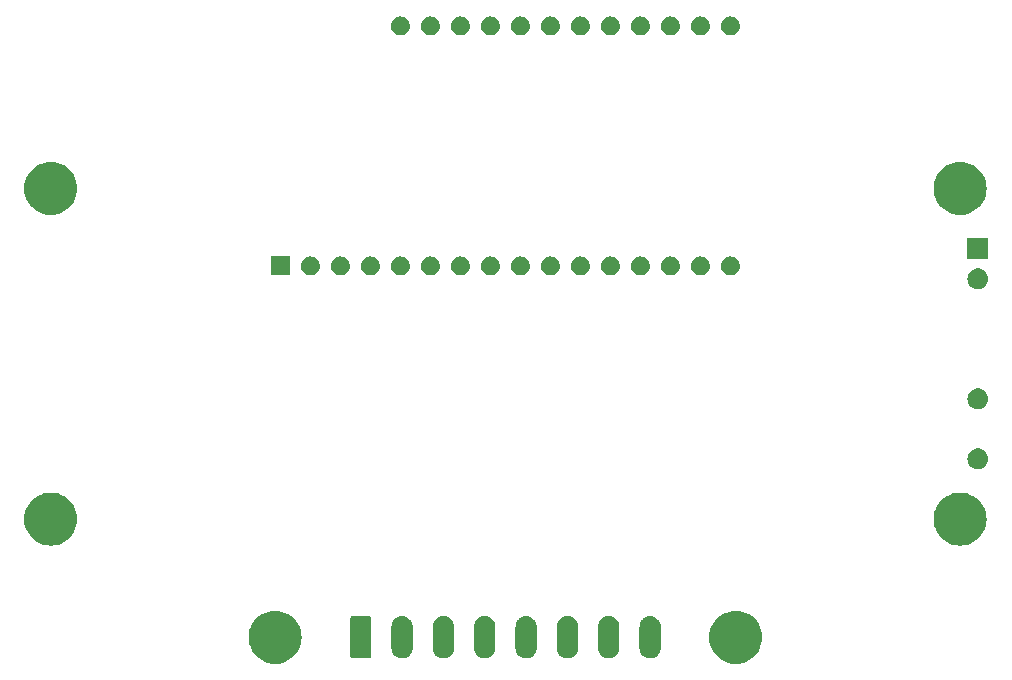
<source format=gbr>
%TF.GenerationSoftware,KiCad,Pcbnew,7.0.8*%
%TF.CreationDate,2023-10-18T11:28:30-05:00*%
%TF.ProjectId,ESP32_Garage_Door_Controller,45535033-325f-4476-9172-6167655f446f,rev?*%
%TF.SameCoordinates,Original*%
%TF.FileFunction,Soldermask,Bot*%
%TF.FilePolarity,Negative*%
%FSLAX46Y46*%
G04 Gerber Fmt 4.6, Leading zero omitted, Abs format (unit mm)*
G04 Created by KiCad (PCBNEW 7.0.8) date 2023-10-18 11:28:30*
%MOMM*%
%LPD*%
G01*
G04 APERTURE LIST*
G04 APERTURE END LIST*
G36*
X118293684Y-96769249D02*
G01*
X118582343Y-96826667D01*
X118861038Y-96921271D01*
X119125000Y-97051443D01*
X119369713Y-97214955D01*
X119590990Y-97409010D01*
X119785045Y-97630287D01*
X119948557Y-97875000D01*
X120078729Y-98138962D01*
X120173333Y-98417657D01*
X120230751Y-98706316D01*
X120250000Y-99000000D01*
X120230751Y-99293684D01*
X120173333Y-99582343D01*
X120078729Y-99861038D01*
X119948557Y-100125000D01*
X119785045Y-100369713D01*
X119590990Y-100590990D01*
X119369713Y-100785045D01*
X119125000Y-100948557D01*
X118861038Y-101078729D01*
X118582343Y-101173333D01*
X118293684Y-101230751D01*
X118000000Y-101250000D01*
X117706316Y-101230751D01*
X117417657Y-101173333D01*
X117138962Y-101078729D01*
X116875000Y-100948557D01*
X116630287Y-100785045D01*
X116409010Y-100590990D01*
X116214955Y-100369713D01*
X116051443Y-100125000D01*
X115921271Y-99861038D01*
X115826667Y-99582343D01*
X115769249Y-99293684D01*
X115750000Y-99000000D01*
X115769249Y-98706316D01*
X115826667Y-98417657D01*
X115921271Y-98138962D01*
X116051443Y-97875000D01*
X116214955Y-97630287D01*
X116409010Y-97409010D01*
X116630287Y-97214955D01*
X116875000Y-97051443D01*
X117138962Y-96921271D01*
X117417657Y-96826667D01*
X117706316Y-96769249D01*
X118000000Y-96750000D01*
X118293684Y-96769249D01*
G37*
G36*
X157293684Y-96769249D02*
G01*
X157582343Y-96826667D01*
X157861038Y-96921271D01*
X158125000Y-97051443D01*
X158369713Y-97214955D01*
X158590990Y-97409010D01*
X158785045Y-97630287D01*
X158948557Y-97875000D01*
X159078729Y-98138962D01*
X159173333Y-98417657D01*
X159230751Y-98706316D01*
X159250000Y-99000000D01*
X159230751Y-99293684D01*
X159173333Y-99582343D01*
X159078729Y-99861038D01*
X158948557Y-100125000D01*
X158785045Y-100369713D01*
X158590990Y-100590990D01*
X158369713Y-100785045D01*
X158125000Y-100948557D01*
X157861038Y-101078729D01*
X157582343Y-101173333D01*
X157293684Y-101230751D01*
X157000000Y-101250000D01*
X156706316Y-101230751D01*
X156417657Y-101173333D01*
X156138962Y-101078729D01*
X155875000Y-100948557D01*
X155630287Y-100785045D01*
X155409010Y-100590990D01*
X155214955Y-100369713D01*
X155051443Y-100125000D01*
X154921271Y-99861038D01*
X154826667Y-99582343D01*
X154769249Y-99293684D01*
X154750000Y-99000000D01*
X154769249Y-98706316D01*
X154826667Y-98417657D01*
X154921271Y-98138962D01*
X155051443Y-97875000D01*
X155214955Y-97630287D01*
X155409010Y-97409010D01*
X155630287Y-97214955D01*
X155875000Y-97051443D01*
X156138962Y-96921271D01*
X156417657Y-96826667D01*
X156706316Y-96769249D01*
X157000000Y-96750000D01*
X157293684Y-96769249D01*
G37*
G36*
X125904116Y-97200818D02*
G01*
X125955379Y-97206766D01*
X125972892Y-97214499D01*
X125995671Y-97219030D01*
X126020057Y-97235324D01*
X126040788Y-97244478D01*
X126054946Y-97258636D01*
X126076777Y-97273223D01*
X126091363Y-97295053D01*
X126105521Y-97309211D01*
X126114673Y-97329939D01*
X126130970Y-97354329D01*
X126135501Y-97377109D01*
X126143233Y-97394620D01*
X126149178Y-97445872D01*
X126150000Y-97450000D01*
X126150000Y-100550000D01*
X126149178Y-100554128D01*
X126143233Y-100605379D01*
X126135501Y-100622888D01*
X126130970Y-100645671D01*
X126114672Y-100670062D01*
X126105521Y-100690788D01*
X126091365Y-100704943D01*
X126076777Y-100726777D01*
X126054943Y-100741365D01*
X126040788Y-100755521D01*
X126020062Y-100764672D01*
X125995671Y-100780970D01*
X125972888Y-100785501D01*
X125955379Y-100793233D01*
X125904129Y-100799178D01*
X125900000Y-100800000D01*
X124600000Y-100800000D01*
X124595873Y-100799179D01*
X124544620Y-100793233D01*
X124527109Y-100785501D01*
X124504329Y-100780970D01*
X124479939Y-100764673D01*
X124459211Y-100755521D01*
X124445053Y-100741363D01*
X124423223Y-100726777D01*
X124408636Y-100704946D01*
X124394478Y-100690788D01*
X124385324Y-100670057D01*
X124369030Y-100645671D01*
X124364499Y-100622892D01*
X124356766Y-100605379D01*
X124350818Y-100554117D01*
X124350000Y-100550000D01*
X124350000Y-97450000D01*
X124350818Y-97445885D01*
X124356766Y-97394620D01*
X124364499Y-97377105D01*
X124369030Y-97354329D01*
X124385323Y-97329944D01*
X124394478Y-97309211D01*
X124408638Y-97295050D01*
X124423223Y-97273223D01*
X124445050Y-97258638D01*
X124459211Y-97244478D01*
X124479944Y-97235323D01*
X124504329Y-97219030D01*
X124527105Y-97214499D01*
X124544620Y-97206766D01*
X124595884Y-97200818D01*
X124600000Y-97200000D01*
X125900000Y-97200000D01*
X125904116Y-97200818D01*
G37*
G36*
X128773716Y-97204930D02*
G01*
X128844076Y-97204930D01*
X128866123Y-97209616D01*
X128886247Y-97210637D01*
X128956494Y-97228825D01*
X129028115Y-97244049D01*
X129045937Y-97251984D01*
X129062479Y-97256267D01*
X129130512Y-97289639D01*
X129200000Y-97320577D01*
X129213336Y-97330266D01*
X129225930Y-97336444D01*
X129288488Y-97384867D01*
X129352218Y-97431170D01*
X129361214Y-97441161D01*
X129369890Y-97447877D01*
X129423717Y-97510577D01*
X129478115Y-97570993D01*
X129483317Y-97580003D01*
X129488471Y-97586007D01*
X129530464Y-97661664D01*
X129572191Y-97733937D01*
X129574467Y-97740942D01*
X129576822Y-97745185D01*
X129604241Y-97832577D01*
X129630333Y-97912879D01*
X129630784Y-97917178D01*
X129631320Y-97918884D01*
X129641935Y-98023273D01*
X129650000Y-98100000D01*
X129650000Y-99900000D01*
X129649873Y-99901204D01*
X129645382Y-99989756D01*
X129635525Y-100037719D01*
X129630333Y-100087121D01*
X129616837Y-100128656D01*
X129608475Y-100169348D01*
X129588464Y-100215977D01*
X129572191Y-100266063D01*
X129551859Y-100301277D01*
X129536683Y-100336644D01*
X129505938Y-100380814D01*
X129478115Y-100429007D01*
X129452917Y-100456991D01*
X129432683Y-100486063D01*
X129391450Y-100525257D01*
X129352218Y-100568830D01*
X129324193Y-100589191D01*
X129300733Y-100611492D01*
X129249823Y-100643224D01*
X129200000Y-100679423D01*
X129171114Y-100692283D01*
X129146240Y-100707788D01*
X129087076Y-100729699D01*
X129028115Y-100755951D01*
X129000140Y-100761897D01*
X128975519Y-100771016D01*
X128910068Y-100781042D01*
X128844076Y-100795070D01*
X128818504Y-100795070D01*
X128795573Y-100798583D01*
X128726303Y-100795070D01*
X128655924Y-100795070D01*
X128633870Y-100790382D01*
X128613752Y-100789362D01*
X128543521Y-100771177D01*
X128471885Y-100755951D01*
X128454058Y-100748014D01*
X128437520Y-100743732D01*
X128369498Y-100710365D01*
X128300000Y-100679423D01*
X128286661Y-100669731D01*
X128274069Y-100663555D01*
X128211516Y-100615135D01*
X128147782Y-100568830D01*
X128138784Y-100558837D01*
X128130109Y-100552122D01*
X128076279Y-100489418D01*
X128021885Y-100429007D01*
X128016682Y-100419996D01*
X128011528Y-100413992D01*
X127969524Y-100338315D01*
X127927809Y-100266063D01*
X127925533Y-100259059D01*
X127923177Y-100254814D01*
X127895738Y-100167360D01*
X127869667Y-100087121D01*
X127869215Y-100082824D01*
X127868679Y-100081115D01*
X127858054Y-99976630D01*
X127850000Y-99900000D01*
X127850000Y-98100000D01*
X127850126Y-98098796D01*
X127854617Y-98010243D01*
X127864476Y-97962268D01*
X127869667Y-97912879D01*
X127883159Y-97871353D01*
X127891524Y-97830651D01*
X127911539Y-97784008D01*
X127927809Y-97733937D01*
X127948134Y-97698732D01*
X127963316Y-97663355D01*
X127994069Y-97619171D01*
X128021885Y-97570993D01*
X128047075Y-97543016D01*
X128067316Y-97513936D01*
X128108561Y-97474728D01*
X128147782Y-97431170D01*
X128175798Y-97410814D01*
X128199266Y-97388507D01*
X128250192Y-97356764D01*
X128300000Y-97320577D01*
X128328876Y-97307720D01*
X128353759Y-97292211D01*
X128412942Y-97270292D01*
X128471885Y-97244049D01*
X128499850Y-97238104D01*
X128524480Y-97228983D01*
X128589950Y-97218953D01*
X128655924Y-97204930D01*
X128681488Y-97204930D01*
X128704426Y-97201416D01*
X128773716Y-97204930D01*
G37*
G36*
X132273716Y-97204930D02*
G01*
X132344076Y-97204930D01*
X132366123Y-97209616D01*
X132386247Y-97210637D01*
X132456494Y-97228825D01*
X132528115Y-97244049D01*
X132545937Y-97251984D01*
X132562479Y-97256267D01*
X132630512Y-97289639D01*
X132700000Y-97320577D01*
X132713336Y-97330266D01*
X132725930Y-97336444D01*
X132788488Y-97384867D01*
X132852218Y-97431170D01*
X132861214Y-97441161D01*
X132869890Y-97447877D01*
X132923717Y-97510577D01*
X132978115Y-97570993D01*
X132983317Y-97580003D01*
X132988471Y-97586007D01*
X133030464Y-97661664D01*
X133072191Y-97733937D01*
X133074467Y-97740942D01*
X133076822Y-97745185D01*
X133104241Y-97832577D01*
X133130333Y-97912879D01*
X133130784Y-97917178D01*
X133131320Y-97918884D01*
X133141935Y-98023273D01*
X133150000Y-98100000D01*
X133150000Y-99900000D01*
X133149873Y-99901204D01*
X133145382Y-99989756D01*
X133135525Y-100037719D01*
X133130333Y-100087121D01*
X133116837Y-100128656D01*
X133108475Y-100169348D01*
X133088464Y-100215977D01*
X133072191Y-100266063D01*
X133051859Y-100301277D01*
X133036683Y-100336644D01*
X133005938Y-100380814D01*
X132978115Y-100429007D01*
X132952917Y-100456991D01*
X132932683Y-100486063D01*
X132891450Y-100525257D01*
X132852218Y-100568830D01*
X132824193Y-100589191D01*
X132800733Y-100611492D01*
X132749823Y-100643224D01*
X132700000Y-100679423D01*
X132671114Y-100692283D01*
X132646240Y-100707788D01*
X132587076Y-100729699D01*
X132528115Y-100755951D01*
X132500140Y-100761897D01*
X132475519Y-100771016D01*
X132410068Y-100781042D01*
X132344076Y-100795070D01*
X132318504Y-100795070D01*
X132295573Y-100798583D01*
X132226303Y-100795070D01*
X132155924Y-100795070D01*
X132133870Y-100790382D01*
X132113752Y-100789362D01*
X132043521Y-100771177D01*
X131971885Y-100755951D01*
X131954058Y-100748014D01*
X131937520Y-100743732D01*
X131869498Y-100710365D01*
X131800000Y-100679423D01*
X131786661Y-100669731D01*
X131774069Y-100663555D01*
X131711516Y-100615135D01*
X131647782Y-100568830D01*
X131638784Y-100558837D01*
X131630109Y-100552122D01*
X131576279Y-100489418D01*
X131521885Y-100429007D01*
X131516682Y-100419996D01*
X131511528Y-100413992D01*
X131469524Y-100338315D01*
X131427809Y-100266063D01*
X131425533Y-100259059D01*
X131423177Y-100254814D01*
X131395738Y-100167360D01*
X131369667Y-100087121D01*
X131369215Y-100082824D01*
X131368679Y-100081115D01*
X131358054Y-99976630D01*
X131350000Y-99900000D01*
X131350000Y-98100000D01*
X131350126Y-98098796D01*
X131354617Y-98010243D01*
X131364476Y-97962268D01*
X131369667Y-97912879D01*
X131383159Y-97871353D01*
X131391524Y-97830651D01*
X131411539Y-97784008D01*
X131427809Y-97733937D01*
X131448134Y-97698732D01*
X131463316Y-97663355D01*
X131494069Y-97619171D01*
X131521885Y-97570993D01*
X131547075Y-97543016D01*
X131567316Y-97513936D01*
X131608561Y-97474728D01*
X131647782Y-97431170D01*
X131675798Y-97410814D01*
X131699266Y-97388507D01*
X131750192Y-97356764D01*
X131800000Y-97320577D01*
X131828876Y-97307720D01*
X131853759Y-97292211D01*
X131912942Y-97270292D01*
X131971885Y-97244049D01*
X131999850Y-97238104D01*
X132024480Y-97228983D01*
X132089950Y-97218953D01*
X132155924Y-97204930D01*
X132181488Y-97204930D01*
X132204426Y-97201416D01*
X132273716Y-97204930D01*
G37*
G36*
X135773716Y-97204930D02*
G01*
X135844076Y-97204930D01*
X135866123Y-97209616D01*
X135886247Y-97210637D01*
X135956494Y-97228825D01*
X136028115Y-97244049D01*
X136045937Y-97251984D01*
X136062479Y-97256267D01*
X136130512Y-97289639D01*
X136200000Y-97320577D01*
X136213336Y-97330266D01*
X136225930Y-97336444D01*
X136288488Y-97384867D01*
X136352218Y-97431170D01*
X136361214Y-97441161D01*
X136369890Y-97447877D01*
X136423717Y-97510577D01*
X136478115Y-97570993D01*
X136483317Y-97580003D01*
X136488471Y-97586007D01*
X136530464Y-97661664D01*
X136572191Y-97733937D01*
X136574467Y-97740942D01*
X136576822Y-97745185D01*
X136604241Y-97832577D01*
X136630333Y-97912879D01*
X136630784Y-97917178D01*
X136631320Y-97918884D01*
X136641935Y-98023273D01*
X136650000Y-98100000D01*
X136650000Y-99900000D01*
X136649873Y-99901204D01*
X136645382Y-99989756D01*
X136635525Y-100037719D01*
X136630333Y-100087121D01*
X136616837Y-100128656D01*
X136608475Y-100169348D01*
X136588464Y-100215977D01*
X136572191Y-100266063D01*
X136551859Y-100301277D01*
X136536683Y-100336644D01*
X136505938Y-100380814D01*
X136478115Y-100429007D01*
X136452917Y-100456991D01*
X136432683Y-100486063D01*
X136391450Y-100525257D01*
X136352218Y-100568830D01*
X136324193Y-100589191D01*
X136300733Y-100611492D01*
X136249823Y-100643224D01*
X136200000Y-100679423D01*
X136171114Y-100692283D01*
X136146240Y-100707788D01*
X136087076Y-100729699D01*
X136028115Y-100755951D01*
X136000140Y-100761897D01*
X135975519Y-100771016D01*
X135910068Y-100781042D01*
X135844076Y-100795070D01*
X135818504Y-100795070D01*
X135795573Y-100798583D01*
X135726303Y-100795070D01*
X135655924Y-100795070D01*
X135633870Y-100790382D01*
X135613752Y-100789362D01*
X135543521Y-100771177D01*
X135471885Y-100755951D01*
X135454058Y-100748014D01*
X135437520Y-100743732D01*
X135369498Y-100710365D01*
X135300000Y-100679423D01*
X135286661Y-100669731D01*
X135274069Y-100663555D01*
X135211516Y-100615135D01*
X135147782Y-100568830D01*
X135138784Y-100558837D01*
X135130109Y-100552122D01*
X135076279Y-100489418D01*
X135021885Y-100429007D01*
X135016682Y-100419996D01*
X135011528Y-100413992D01*
X134969524Y-100338315D01*
X134927809Y-100266063D01*
X134925533Y-100259059D01*
X134923177Y-100254814D01*
X134895738Y-100167360D01*
X134869667Y-100087121D01*
X134869215Y-100082824D01*
X134868679Y-100081115D01*
X134858054Y-99976630D01*
X134850000Y-99900000D01*
X134850000Y-98100000D01*
X134850126Y-98098796D01*
X134854617Y-98010243D01*
X134864476Y-97962268D01*
X134869667Y-97912879D01*
X134883159Y-97871353D01*
X134891524Y-97830651D01*
X134911539Y-97784008D01*
X134927809Y-97733937D01*
X134948134Y-97698732D01*
X134963316Y-97663355D01*
X134994069Y-97619171D01*
X135021885Y-97570993D01*
X135047075Y-97543016D01*
X135067316Y-97513936D01*
X135108561Y-97474728D01*
X135147782Y-97431170D01*
X135175798Y-97410814D01*
X135199266Y-97388507D01*
X135250192Y-97356764D01*
X135300000Y-97320577D01*
X135328876Y-97307720D01*
X135353759Y-97292211D01*
X135412942Y-97270292D01*
X135471885Y-97244049D01*
X135499850Y-97238104D01*
X135524480Y-97228983D01*
X135589950Y-97218953D01*
X135655924Y-97204930D01*
X135681488Y-97204930D01*
X135704426Y-97201416D01*
X135773716Y-97204930D01*
G37*
G36*
X139273716Y-97204930D02*
G01*
X139344076Y-97204930D01*
X139366123Y-97209616D01*
X139386247Y-97210637D01*
X139456494Y-97228825D01*
X139528115Y-97244049D01*
X139545937Y-97251984D01*
X139562479Y-97256267D01*
X139630512Y-97289639D01*
X139700000Y-97320577D01*
X139713336Y-97330266D01*
X139725930Y-97336444D01*
X139788488Y-97384867D01*
X139852218Y-97431170D01*
X139861214Y-97441161D01*
X139869890Y-97447877D01*
X139923717Y-97510577D01*
X139978115Y-97570993D01*
X139983317Y-97580003D01*
X139988471Y-97586007D01*
X140030464Y-97661664D01*
X140072191Y-97733937D01*
X140074467Y-97740942D01*
X140076822Y-97745185D01*
X140104241Y-97832577D01*
X140130333Y-97912879D01*
X140130784Y-97917178D01*
X140131320Y-97918884D01*
X140141935Y-98023273D01*
X140150000Y-98100000D01*
X140150000Y-99900000D01*
X140149873Y-99901204D01*
X140145382Y-99989756D01*
X140135525Y-100037719D01*
X140130333Y-100087121D01*
X140116837Y-100128656D01*
X140108475Y-100169348D01*
X140088464Y-100215977D01*
X140072191Y-100266063D01*
X140051859Y-100301277D01*
X140036683Y-100336644D01*
X140005938Y-100380814D01*
X139978115Y-100429007D01*
X139952917Y-100456991D01*
X139932683Y-100486063D01*
X139891450Y-100525257D01*
X139852218Y-100568830D01*
X139824193Y-100589191D01*
X139800733Y-100611492D01*
X139749823Y-100643224D01*
X139700000Y-100679423D01*
X139671114Y-100692283D01*
X139646240Y-100707788D01*
X139587076Y-100729699D01*
X139528115Y-100755951D01*
X139500140Y-100761897D01*
X139475519Y-100771016D01*
X139410068Y-100781042D01*
X139344076Y-100795070D01*
X139318504Y-100795070D01*
X139295573Y-100798583D01*
X139226303Y-100795070D01*
X139155924Y-100795070D01*
X139133870Y-100790382D01*
X139113752Y-100789362D01*
X139043521Y-100771177D01*
X138971885Y-100755951D01*
X138954058Y-100748014D01*
X138937520Y-100743732D01*
X138869498Y-100710365D01*
X138800000Y-100679423D01*
X138786661Y-100669731D01*
X138774069Y-100663555D01*
X138711516Y-100615135D01*
X138647782Y-100568830D01*
X138638784Y-100558837D01*
X138630109Y-100552122D01*
X138576279Y-100489418D01*
X138521885Y-100429007D01*
X138516682Y-100419996D01*
X138511528Y-100413992D01*
X138469524Y-100338315D01*
X138427809Y-100266063D01*
X138425533Y-100259059D01*
X138423177Y-100254814D01*
X138395738Y-100167360D01*
X138369667Y-100087121D01*
X138369215Y-100082824D01*
X138368679Y-100081115D01*
X138358054Y-99976630D01*
X138350000Y-99900000D01*
X138350000Y-98100000D01*
X138350126Y-98098796D01*
X138354617Y-98010243D01*
X138364476Y-97962268D01*
X138369667Y-97912879D01*
X138383159Y-97871353D01*
X138391524Y-97830651D01*
X138411539Y-97784008D01*
X138427809Y-97733937D01*
X138448134Y-97698732D01*
X138463316Y-97663355D01*
X138494069Y-97619171D01*
X138521885Y-97570993D01*
X138547075Y-97543016D01*
X138567316Y-97513936D01*
X138608561Y-97474728D01*
X138647782Y-97431170D01*
X138675798Y-97410814D01*
X138699266Y-97388507D01*
X138750192Y-97356764D01*
X138800000Y-97320577D01*
X138828876Y-97307720D01*
X138853759Y-97292211D01*
X138912942Y-97270292D01*
X138971885Y-97244049D01*
X138999850Y-97238104D01*
X139024480Y-97228983D01*
X139089950Y-97218953D01*
X139155924Y-97204930D01*
X139181488Y-97204930D01*
X139204426Y-97201416D01*
X139273716Y-97204930D01*
G37*
G36*
X142773716Y-97204930D02*
G01*
X142844076Y-97204930D01*
X142866123Y-97209616D01*
X142886247Y-97210637D01*
X142956494Y-97228825D01*
X143028115Y-97244049D01*
X143045937Y-97251984D01*
X143062479Y-97256267D01*
X143130512Y-97289639D01*
X143200000Y-97320577D01*
X143213336Y-97330266D01*
X143225930Y-97336444D01*
X143288488Y-97384867D01*
X143352218Y-97431170D01*
X143361214Y-97441161D01*
X143369890Y-97447877D01*
X143423717Y-97510577D01*
X143478115Y-97570993D01*
X143483317Y-97580003D01*
X143488471Y-97586007D01*
X143530464Y-97661664D01*
X143572191Y-97733937D01*
X143574467Y-97740942D01*
X143576822Y-97745185D01*
X143604241Y-97832577D01*
X143630333Y-97912879D01*
X143630784Y-97917178D01*
X143631320Y-97918884D01*
X143641935Y-98023273D01*
X143650000Y-98100000D01*
X143650000Y-99900000D01*
X143649873Y-99901204D01*
X143645382Y-99989756D01*
X143635525Y-100037719D01*
X143630333Y-100087121D01*
X143616837Y-100128656D01*
X143608475Y-100169348D01*
X143588464Y-100215977D01*
X143572191Y-100266063D01*
X143551859Y-100301277D01*
X143536683Y-100336644D01*
X143505938Y-100380814D01*
X143478115Y-100429007D01*
X143452917Y-100456991D01*
X143432683Y-100486063D01*
X143391450Y-100525257D01*
X143352218Y-100568830D01*
X143324193Y-100589191D01*
X143300733Y-100611492D01*
X143249823Y-100643224D01*
X143200000Y-100679423D01*
X143171114Y-100692283D01*
X143146240Y-100707788D01*
X143087076Y-100729699D01*
X143028115Y-100755951D01*
X143000140Y-100761897D01*
X142975519Y-100771016D01*
X142910068Y-100781042D01*
X142844076Y-100795070D01*
X142818504Y-100795070D01*
X142795573Y-100798583D01*
X142726303Y-100795070D01*
X142655924Y-100795070D01*
X142633870Y-100790382D01*
X142613752Y-100789362D01*
X142543521Y-100771177D01*
X142471885Y-100755951D01*
X142454058Y-100748014D01*
X142437520Y-100743732D01*
X142369498Y-100710365D01*
X142300000Y-100679423D01*
X142286661Y-100669731D01*
X142274069Y-100663555D01*
X142211516Y-100615135D01*
X142147782Y-100568830D01*
X142138784Y-100558837D01*
X142130109Y-100552122D01*
X142076279Y-100489418D01*
X142021885Y-100429007D01*
X142016682Y-100419996D01*
X142011528Y-100413992D01*
X141969524Y-100338315D01*
X141927809Y-100266063D01*
X141925533Y-100259059D01*
X141923177Y-100254814D01*
X141895738Y-100167360D01*
X141869667Y-100087121D01*
X141869215Y-100082824D01*
X141868679Y-100081115D01*
X141858054Y-99976630D01*
X141850000Y-99900000D01*
X141850000Y-98100000D01*
X141850126Y-98098796D01*
X141854617Y-98010243D01*
X141864476Y-97962268D01*
X141869667Y-97912879D01*
X141883159Y-97871353D01*
X141891524Y-97830651D01*
X141911539Y-97784008D01*
X141927809Y-97733937D01*
X141948134Y-97698732D01*
X141963316Y-97663355D01*
X141994069Y-97619171D01*
X142021885Y-97570993D01*
X142047075Y-97543016D01*
X142067316Y-97513936D01*
X142108561Y-97474728D01*
X142147782Y-97431170D01*
X142175798Y-97410814D01*
X142199266Y-97388507D01*
X142250192Y-97356764D01*
X142300000Y-97320577D01*
X142328876Y-97307720D01*
X142353759Y-97292211D01*
X142412942Y-97270292D01*
X142471885Y-97244049D01*
X142499850Y-97238104D01*
X142524480Y-97228983D01*
X142589950Y-97218953D01*
X142655924Y-97204930D01*
X142681488Y-97204930D01*
X142704426Y-97201416D01*
X142773716Y-97204930D01*
G37*
G36*
X146273716Y-97204930D02*
G01*
X146344076Y-97204930D01*
X146366123Y-97209616D01*
X146386247Y-97210637D01*
X146456494Y-97228825D01*
X146528115Y-97244049D01*
X146545937Y-97251984D01*
X146562479Y-97256267D01*
X146630512Y-97289639D01*
X146700000Y-97320577D01*
X146713336Y-97330266D01*
X146725930Y-97336444D01*
X146788488Y-97384867D01*
X146852218Y-97431170D01*
X146861214Y-97441161D01*
X146869890Y-97447877D01*
X146923717Y-97510577D01*
X146978115Y-97570993D01*
X146983317Y-97580003D01*
X146988471Y-97586007D01*
X147030464Y-97661664D01*
X147072191Y-97733937D01*
X147074467Y-97740942D01*
X147076822Y-97745185D01*
X147104241Y-97832577D01*
X147130333Y-97912879D01*
X147130784Y-97917178D01*
X147131320Y-97918884D01*
X147141935Y-98023273D01*
X147150000Y-98100000D01*
X147150000Y-99900000D01*
X147149873Y-99901204D01*
X147145382Y-99989756D01*
X147135525Y-100037719D01*
X147130333Y-100087121D01*
X147116837Y-100128656D01*
X147108475Y-100169348D01*
X147088464Y-100215977D01*
X147072191Y-100266063D01*
X147051859Y-100301277D01*
X147036683Y-100336644D01*
X147005938Y-100380814D01*
X146978115Y-100429007D01*
X146952917Y-100456991D01*
X146932683Y-100486063D01*
X146891450Y-100525257D01*
X146852218Y-100568830D01*
X146824193Y-100589191D01*
X146800733Y-100611492D01*
X146749823Y-100643224D01*
X146700000Y-100679423D01*
X146671114Y-100692283D01*
X146646240Y-100707788D01*
X146587076Y-100729699D01*
X146528115Y-100755951D01*
X146500140Y-100761897D01*
X146475519Y-100771016D01*
X146410068Y-100781042D01*
X146344076Y-100795070D01*
X146318504Y-100795070D01*
X146295573Y-100798583D01*
X146226303Y-100795070D01*
X146155924Y-100795070D01*
X146133870Y-100790382D01*
X146113752Y-100789362D01*
X146043521Y-100771177D01*
X145971885Y-100755951D01*
X145954058Y-100748014D01*
X145937520Y-100743732D01*
X145869498Y-100710365D01*
X145800000Y-100679423D01*
X145786661Y-100669731D01*
X145774069Y-100663555D01*
X145711516Y-100615135D01*
X145647782Y-100568830D01*
X145638784Y-100558837D01*
X145630109Y-100552122D01*
X145576279Y-100489418D01*
X145521885Y-100429007D01*
X145516682Y-100419996D01*
X145511528Y-100413992D01*
X145469524Y-100338315D01*
X145427809Y-100266063D01*
X145425533Y-100259059D01*
X145423177Y-100254814D01*
X145395738Y-100167360D01*
X145369667Y-100087121D01*
X145369215Y-100082824D01*
X145368679Y-100081115D01*
X145358054Y-99976630D01*
X145350000Y-99900000D01*
X145350000Y-98100000D01*
X145350126Y-98098796D01*
X145354617Y-98010243D01*
X145364476Y-97962268D01*
X145369667Y-97912879D01*
X145383159Y-97871353D01*
X145391524Y-97830651D01*
X145411539Y-97784008D01*
X145427809Y-97733937D01*
X145448134Y-97698732D01*
X145463316Y-97663355D01*
X145494069Y-97619171D01*
X145521885Y-97570993D01*
X145547075Y-97543016D01*
X145567316Y-97513936D01*
X145608561Y-97474728D01*
X145647782Y-97431170D01*
X145675798Y-97410814D01*
X145699266Y-97388507D01*
X145750192Y-97356764D01*
X145800000Y-97320577D01*
X145828876Y-97307720D01*
X145853759Y-97292211D01*
X145912942Y-97270292D01*
X145971885Y-97244049D01*
X145999850Y-97238104D01*
X146024480Y-97228983D01*
X146089950Y-97218953D01*
X146155924Y-97204930D01*
X146181488Y-97204930D01*
X146204426Y-97201416D01*
X146273716Y-97204930D01*
G37*
G36*
X149773716Y-97204930D02*
G01*
X149844076Y-97204930D01*
X149866123Y-97209616D01*
X149886247Y-97210637D01*
X149956494Y-97228825D01*
X150028115Y-97244049D01*
X150045937Y-97251984D01*
X150062479Y-97256267D01*
X150130512Y-97289639D01*
X150200000Y-97320577D01*
X150213336Y-97330266D01*
X150225930Y-97336444D01*
X150288488Y-97384867D01*
X150352218Y-97431170D01*
X150361214Y-97441161D01*
X150369890Y-97447877D01*
X150423717Y-97510577D01*
X150478115Y-97570993D01*
X150483317Y-97580003D01*
X150488471Y-97586007D01*
X150530464Y-97661664D01*
X150572191Y-97733937D01*
X150574467Y-97740942D01*
X150576822Y-97745185D01*
X150604241Y-97832577D01*
X150630333Y-97912879D01*
X150630784Y-97917178D01*
X150631320Y-97918884D01*
X150641935Y-98023273D01*
X150650000Y-98100000D01*
X150650000Y-99900000D01*
X150649873Y-99901204D01*
X150645382Y-99989756D01*
X150635525Y-100037719D01*
X150630333Y-100087121D01*
X150616837Y-100128656D01*
X150608475Y-100169348D01*
X150588464Y-100215977D01*
X150572191Y-100266063D01*
X150551859Y-100301277D01*
X150536683Y-100336644D01*
X150505938Y-100380814D01*
X150478115Y-100429007D01*
X150452917Y-100456991D01*
X150432683Y-100486063D01*
X150391450Y-100525257D01*
X150352218Y-100568830D01*
X150324193Y-100589191D01*
X150300733Y-100611492D01*
X150249823Y-100643224D01*
X150200000Y-100679423D01*
X150171114Y-100692283D01*
X150146240Y-100707788D01*
X150087076Y-100729699D01*
X150028115Y-100755951D01*
X150000140Y-100761897D01*
X149975519Y-100771016D01*
X149910068Y-100781042D01*
X149844076Y-100795070D01*
X149818504Y-100795070D01*
X149795573Y-100798583D01*
X149726303Y-100795070D01*
X149655924Y-100795070D01*
X149633870Y-100790382D01*
X149613752Y-100789362D01*
X149543521Y-100771177D01*
X149471885Y-100755951D01*
X149454058Y-100748014D01*
X149437520Y-100743732D01*
X149369498Y-100710365D01*
X149300000Y-100679423D01*
X149286661Y-100669731D01*
X149274069Y-100663555D01*
X149211516Y-100615135D01*
X149147782Y-100568830D01*
X149138784Y-100558837D01*
X149130109Y-100552122D01*
X149076279Y-100489418D01*
X149021885Y-100429007D01*
X149016682Y-100419996D01*
X149011528Y-100413992D01*
X148969524Y-100338315D01*
X148927809Y-100266063D01*
X148925533Y-100259059D01*
X148923177Y-100254814D01*
X148895738Y-100167360D01*
X148869667Y-100087121D01*
X148869215Y-100082824D01*
X148868679Y-100081115D01*
X148858054Y-99976630D01*
X148850000Y-99900000D01*
X148850000Y-98100000D01*
X148850126Y-98098796D01*
X148854617Y-98010243D01*
X148864476Y-97962268D01*
X148869667Y-97912879D01*
X148883159Y-97871353D01*
X148891524Y-97830651D01*
X148911539Y-97784008D01*
X148927809Y-97733937D01*
X148948134Y-97698732D01*
X148963316Y-97663355D01*
X148994069Y-97619171D01*
X149021885Y-97570993D01*
X149047075Y-97543016D01*
X149067316Y-97513936D01*
X149108561Y-97474728D01*
X149147782Y-97431170D01*
X149175798Y-97410814D01*
X149199266Y-97388507D01*
X149250192Y-97356764D01*
X149300000Y-97320577D01*
X149328876Y-97307720D01*
X149353759Y-97292211D01*
X149412942Y-97270292D01*
X149471885Y-97244049D01*
X149499850Y-97238104D01*
X149524480Y-97228983D01*
X149589950Y-97218953D01*
X149655924Y-97204930D01*
X149681488Y-97204930D01*
X149704426Y-97201416D01*
X149773716Y-97204930D01*
G37*
G36*
X99293684Y-86769249D02*
G01*
X99582343Y-86826667D01*
X99861038Y-86921271D01*
X100125000Y-87051443D01*
X100369713Y-87214955D01*
X100590990Y-87409010D01*
X100785045Y-87630287D01*
X100948557Y-87875000D01*
X101078729Y-88138962D01*
X101173333Y-88417657D01*
X101230751Y-88706316D01*
X101250000Y-89000000D01*
X101230751Y-89293684D01*
X101173333Y-89582343D01*
X101078729Y-89861038D01*
X100948557Y-90125000D01*
X100785045Y-90369713D01*
X100590990Y-90590990D01*
X100369713Y-90785045D01*
X100125000Y-90948557D01*
X99861038Y-91078729D01*
X99582343Y-91173333D01*
X99293684Y-91230751D01*
X99000000Y-91250000D01*
X98706316Y-91230751D01*
X98417657Y-91173333D01*
X98138962Y-91078729D01*
X97875000Y-90948557D01*
X97630287Y-90785045D01*
X97409010Y-90590990D01*
X97214955Y-90369713D01*
X97051443Y-90125000D01*
X96921271Y-89861038D01*
X96826667Y-89582343D01*
X96769249Y-89293684D01*
X96750000Y-89000000D01*
X96769249Y-88706316D01*
X96826667Y-88417657D01*
X96921271Y-88138962D01*
X97051443Y-87875000D01*
X97214955Y-87630287D01*
X97409010Y-87409010D01*
X97630287Y-87214955D01*
X97875000Y-87051443D01*
X98138962Y-86921271D01*
X98417657Y-86826667D01*
X98706316Y-86769249D01*
X99000000Y-86750000D01*
X99293684Y-86769249D01*
G37*
G36*
X176293684Y-86769249D02*
G01*
X176582343Y-86826667D01*
X176861038Y-86921271D01*
X177125000Y-87051443D01*
X177369713Y-87214955D01*
X177590990Y-87409010D01*
X177785045Y-87630287D01*
X177948557Y-87875000D01*
X178078729Y-88138962D01*
X178173333Y-88417657D01*
X178230751Y-88706316D01*
X178250000Y-89000000D01*
X178230751Y-89293684D01*
X178173333Y-89582343D01*
X178078729Y-89861038D01*
X177948557Y-90125000D01*
X177785045Y-90369713D01*
X177590990Y-90590990D01*
X177369713Y-90785045D01*
X177125000Y-90948557D01*
X176861038Y-91078729D01*
X176582343Y-91173333D01*
X176293684Y-91230751D01*
X176000000Y-91250000D01*
X175706316Y-91230751D01*
X175417657Y-91173333D01*
X175138962Y-91078729D01*
X174875000Y-90948557D01*
X174630287Y-90785045D01*
X174409010Y-90590990D01*
X174214955Y-90369713D01*
X174051443Y-90125000D01*
X173921271Y-89861038D01*
X173826667Y-89582343D01*
X173769249Y-89293684D01*
X173750000Y-89000000D01*
X173769249Y-88706316D01*
X173826667Y-88417657D01*
X173921271Y-88138962D01*
X174051443Y-87875000D01*
X174214955Y-87630287D01*
X174409010Y-87409010D01*
X174630287Y-87214955D01*
X174875000Y-87051443D01*
X175138962Y-86921271D01*
X175417657Y-86826667D01*
X175706316Y-86769249D01*
X176000000Y-86750000D01*
X176293684Y-86769249D01*
G37*
G36*
X177774716Y-83044511D02*
G01*
X177944500Y-83120103D01*
X178094857Y-83229344D01*
X178219216Y-83367459D01*
X178312142Y-83528411D01*
X178369573Y-83705167D01*
X178389000Y-83890000D01*
X178369573Y-84074833D01*
X178312142Y-84251589D01*
X178219216Y-84412541D01*
X178094857Y-84550656D01*
X177944500Y-84659897D01*
X177774716Y-84735489D01*
X177592926Y-84774130D01*
X177407074Y-84774130D01*
X177225284Y-84735489D01*
X177055500Y-84659897D01*
X176905143Y-84550656D01*
X176780784Y-84412541D01*
X176687858Y-84251589D01*
X176630427Y-84074833D01*
X176611000Y-83890000D01*
X176630427Y-83705167D01*
X176687858Y-83528411D01*
X176780784Y-83367459D01*
X176905143Y-83229344D01*
X177055500Y-83120103D01*
X177225284Y-83044511D01*
X177407074Y-83005870D01*
X177592926Y-83005870D01*
X177774716Y-83044511D01*
G37*
G36*
X177774716Y-77964511D02*
G01*
X177944500Y-78040103D01*
X178094857Y-78149344D01*
X178219216Y-78287459D01*
X178312142Y-78448411D01*
X178369573Y-78625167D01*
X178389000Y-78810000D01*
X178369573Y-78994833D01*
X178312142Y-79171589D01*
X178219216Y-79332541D01*
X178094857Y-79470656D01*
X177944500Y-79579897D01*
X177774716Y-79655489D01*
X177592926Y-79694130D01*
X177407074Y-79694130D01*
X177225284Y-79655489D01*
X177055500Y-79579897D01*
X176905143Y-79470656D01*
X176780784Y-79332541D01*
X176687858Y-79171589D01*
X176630427Y-78994833D01*
X176611000Y-78810000D01*
X176630427Y-78625167D01*
X176687858Y-78448411D01*
X176780784Y-78287459D01*
X176905143Y-78149344D01*
X177055500Y-78040103D01*
X177225284Y-77964511D01*
X177407074Y-77925870D01*
X177592926Y-77925870D01*
X177774716Y-77964511D01*
G37*
G36*
X177774716Y-67804511D02*
G01*
X177944500Y-67880103D01*
X178094857Y-67989344D01*
X178219216Y-68127459D01*
X178312142Y-68288411D01*
X178369573Y-68465167D01*
X178389000Y-68650000D01*
X178369573Y-68834833D01*
X178312142Y-69011589D01*
X178219216Y-69172541D01*
X178094857Y-69310656D01*
X177944500Y-69419897D01*
X177774716Y-69495489D01*
X177592926Y-69534130D01*
X177407074Y-69534130D01*
X177225284Y-69495489D01*
X177055500Y-69419897D01*
X176905143Y-69310656D01*
X176780784Y-69172541D01*
X176687858Y-69011589D01*
X176630427Y-68834833D01*
X176611000Y-68650000D01*
X176630427Y-68465167D01*
X176687858Y-68288411D01*
X176780784Y-68127459D01*
X176905143Y-67989344D01*
X177055500Y-67880103D01*
X177225284Y-67804511D01*
X177407074Y-67765870D01*
X177592926Y-67765870D01*
X177774716Y-67804511D01*
G37*
G36*
X119250000Y-68352500D02*
G01*
X117650000Y-68352500D01*
X117650000Y-66752500D01*
X119250000Y-66752500D01*
X119250000Y-68352500D01*
G37*
G36*
X121031367Y-66757161D02*
G01*
X121073593Y-66757161D01*
X121121228Y-66767286D01*
X121168017Y-66772558D01*
X121202039Y-66784462D01*
X121237127Y-66791921D01*
X121287695Y-66814435D01*
X121337107Y-66831725D01*
X121362823Y-66847883D01*
X121389860Y-66859921D01*
X121440275Y-66896550D01*
X121488792Y-66927035D01*
X121506214Y-66944457D01*
X121525117Y-66958191D01*
X121571844Y-67010087D01*
X121615465Y-67053708D01*
X121625499Y-67069677D01*
X121636986Y-67082435D01*
X121676285Y-67150503D01*
X121710775Y-67205393D01*
X121715080Y-67217697D01*
X121720580Y-67227223D01*
X121748740Y-67313892D01*
X121769942Y-67374483D01*
X121770746Y-67381618D01*
X121772244Y-67386229D01*
X121785820Y-67515404D01*
X121790000Y-67552500D01*
X121785819Y-67589598D01*
X121772244Y-67718770D01*
X121770746Y-67723379D01*
X121769942Y-67730517D01*
X121748736Y-67791120D01*
X121720580Y-67877776D01*
X121715081Y-67887299D01*
X121710775Y-67899607D01*
X121676278Y-67954507D01*
X121636986Y-68022564D01*
X121625501Y-68035318D01*
X121615465Y-68051292D01*
X121571835Y-68094921D01*
X121525117Y-68146808D01*
X121506218Y-68160538D01*
X121488792Y-68177965D01*
X121440265Y-68208456D01*
X121389860Y-68245078D01*
X121362829Y-68257112D01*
X121337107Y-68273275D01*
X121287685Y-68290568D01*
X121237127Y-68313078D01*
X121202045Y-68320535D01*
X121168017Y-68332442D01*
X121121225Y-68337714D01*
X121073593Y-68347839D01*
X121031367Y-68347839D01*
X120990000Y-68352500D01*
X120948633Y-68347839D01*
X120906407Y-68347839D01*
X120858774Y-68337714D01*
X120811983Y-68332442D01*
X120777955Y-68320535D01*
X120742872Y-68313078D01*
X120692309Y-68290566D01*
X120642893Y-68273275D01*
X120617173Y-68257114D01*
X120590139Y-68245078D01*
X120539726Y-68208451D01*
X120491208Y-68177965D01*
X120473784Y-68160541D01*
X120454882Y-68146808D01*
X120408154Y-68094911D01*
X120364535Y-68051292D01*
X120354500Y-68035322D01*
X120343013Y-68022564D01*
X120303709Y-67954487D01*
X120269225Y-67899607D01*
X120264919Y-67887303D01*
X120259419Y-67877776D01*
X120231249Y-67791080D01*
X120210058Y-67730517D01*
X120209254Y-67723384D01*
X120207755Y-67718770D01*
X120194165Y-67589466D01*
X120190000Y-67552500D01*
X120194164Y-67515536D01*
X120207755Y-67386229D01*
X120209254Y-67381613D01*
X120210058Y-67374483D01*
X120231245Y-67313932D01*
X120259419Y-67227223D01*
X120264920Y-67217693D01*
X120269225Y-67205393D01*
X120303701Y-67150523D01*
X120343013Y-67082435D01*
X120354502Y-67069674D01*
X120364535Y-67053708D01*
X120408145Y-67010097D01*
X120454882Y-66958191D01*
X120473787Y-66944455D01*
X120491208Y-66927035D01*
X120539721Y-66896552D01*
X120590140Y-66859921D01*
X120617176Y-66847883D01*
X120642893Y-66831725D01*
X120692301Y-66814436D01*
X120742872Y-66791921D01*
X120777961Y-66784462D01*
X120811983Y-66772558D01*
X120858771Y-66767286D01*
X120906407Y-66757161D01*
X120948633Y-66757161D01*
X120990000Y-66752500D01*
X121031367Y-66757161D01*
G37*
G36*
X123571367Y-66757161D02*
G01*
X123613593Y-66757161D01*
X123661228Y-66767286D01*
X123708017Y-66772558D01*
X123742039Y-66784462D01*
X123777127Y-66791921D01*
X123827695Y-66814435D01*
X123877107Y-66831725D01*
X123902823Y-66847883D01*
X123929860Y-66859921D01*
X123980275Y-66896550D01*
X124028792Y-66927035D01*
X124046214Y-66944457D01*
X124065117Y-66958191D01*
X124111844Y-67010087D01*
X124155465Y-67053708D01*
X124165499Y-67069677D01*
X124176986Y-67082435D01*
X124216285Y-67150503D01*
X124250775Y-67205393D01*
X124255080Y-67217697D01*
X124260580Y-67227223D01*
X124288740Y-67313892D01*
X124309942Y-67374483D01*
X124310746Y-67381618D01*
X124312244Y-67386229D01*
X124325820Y-67515404D01*
X124330000Y-67552500D01*
X124325819Y-67589598D01*
X124312244Y-67718770D01*
X124310746Y-67723379D01*
X124309942Y-67730517D01*
X124288736Y-67791120D01*
X124260580Y-67877776D01*
X124255081Y-67887299D01*
X124250775Y-67899607D01*
X124216278Y-67954507D01*
X124176986Y-68022564D01*
X124165501Y-68035318D01*
X124155465Y-68051292D01*
X124111835Y-68094921D01*
X124065117Y-68146808D01*
X124046218Y-68160538D01*
X124028792Y-68177965D01*
X123980265Y-68208456D01*
X123929860Y-68245078D01*
X123902829Y-68257112D01*
X123877107Y-68273275D01*
X123827685Y-68290568D01*
X123777127Y-68313078D01*
X123742045Y-68320535D01*
X123708017Y-68332442D01*
X123661225Y-68337714D01*
X123613593Y-68347839D01*
X123571367Y-68347839D01*
X123530000Y-68352500D01*
X123488633Y-68347839D01*
X123446407Y-68347839D01*
X123398774Y-68337714D01*
X123351983Y-68332442D01*
X123317955Y-68320535D01*
X123282872Y-68313078D01*
X123232309Y-68290566D01*
X123182893Y-68273275D01*
X123157173Y-68257114D01*
X123130139Y-68245078D01*
X123079726Y-68208451D01*
X123031208Y-68177965D01*
X123013784Y-68160541D01*
X122994882Y-68146808D01*
X122948154Y-68094911D01*
X122904535Y-68051292D01*
X122894500Y-68035322D01*
X122883013Y-68022564D01*
X122843709Y-67954487D01*
X122809225Y-67899607D01*
X122804919Y-67887303D01*
X122799419Y-67877776D01*
X122771249Y-67791080D01*
X122750058Y-67730517D01*
X122749254Y-67723384D01*
X122747755Y-67718770D01*
X122734165Y-67589466D01*
X122730000Y-67552500D01*
X122734164Y-67515536D01*
X122747755Y-67386229D01*
X122749254Y-67381613D01*
X122750058Y-67374483D01*
X122771245Y-67313932D01*
X122799419Y-67227223D01*
X122804920Y-67217693D01*
X122809225Y-67205393D01*
X122843701Y-67150523D01*
X122883013Y-67082435D01*
X122894502Y-67069674D01*
X122904535Y-67053708D01*
X122948145Y-67010097D01*
X122994882Y-66958191D01*
X123013787Y-66944455D01*
X123031208Y-66927035D01*
X123079721Y-66896552D01*
X123130140Y-66859921D01*
X123157176Y-66847883D01*
X123182893Y-66831725D01*
X123232301Y-66814436D01*
X123282872Y-66791921D01*
X123317961Y-66784462D01*
X123351983Y-66772558D01*
X123398771Y-66767286D01*
X123446407Y-66757161D01*
X123488633Y-66757161D01*
X123530000Y-66752500D01*
X123571367Y-66757161D01*
G37*
G36*
X126111367Y-66757161D02*
G01*
X126153593Y-66757161D01*
X126201228Y-66767286D01*
X126248017Y-66772558D01*
X126282039Y-66784462D01*
X126317127Y-66791921D01*
X126367695Y-66814435D01*
X126417107Y-66831725D01*
X126442823Y-66847883D01*
X126469860Y-66859921D01*
X126520275Y-66896550D01*
X126568792Y-66927035D01*
X126586214Y-66944457D01*
X126605117Y-66958191D01*
X126651844Y-67010087D01*
X126695465Y-67053708D01*
X126705499Y-67069677D01*
X126716986Y-67082435D01*
X126756285Y-67150503D01*
X126790775Y-67205393D01*
X126795080Y-67217697D01*
X126800580Y-67227223D01*
X126828740Y-67313892D01*
X126849942Y-67374483D01*
X126850746Y-67381618D01*
X126852244Y-67386229D01*
X126865820Y-67515404D01*
X126870000Y-67552500D01*
X126865819Y-67589598D01*
X126852244Y-67718770D01*
X126850746Y-67723379D01*
X126849942Y-67730517D01*
X126828736Y-67791120D01*
X126800580Y-67877776D01*
X126795081Y-67887299D01*
X126790775Y-67899607D01*
X126756278Y-67954507D01*
X126716986Y-68022564D01*
X126705501Y-68035318D01*
X126695465Y-68051292D01*
X126651835Y-68094921D01*
X126605117Y-68146808D01*
X126586218Y-68160538D01*
X126568792Y-68177965D01*
X126520265Y-68208456D01*
X126469860Y-68245078D01*
X126442829Y-68257112D01*
X126417107Y-68273275D01*
X126367685Y-68290568D01*
X126317127Y-68313078D01*
X126282045Y-68320535D01*
X126248017Y-68332442D01*
X126201225Y-68337714D01*
X126153593Y-68347839D01*
X126111367Y-68347839D01*
X126070000Y-68352500D01*
X126028633Y-68347839D01*
X125986407Y-68347839D01*
X125938774Y-68337714D01*
X125891983Y-68332442D01*
X125857955Y-68320535D01*
X125822872Y-68313078D01*
X125772309Y-68290566D01*
X125722893Y-68273275D01*
X125697173Y-68257114D01*
X125670139Y-68245078D01*
X125619726Y-68208451D01*
X125571208Y-68177965D01*
X125553784Y-68160541D01*
X125534882Y-68146808D01*
X125488154Y-68094911D01*
X125444535Y-68051292D01*
X125434500Y-68035322D01*
X125423013Y-68022564D01*
X125383709Y-67954487D01*
X125349225Y-67899607D01*
X125344919Y-67887303D01*
X125339419Y-67877776D01*
X125311249Y-67791080D01*
X125290058Y-67730517D01*
X125289254Y-67723384D01*
X125287755Y-67718770D01*
X125274165Y-67589466D01*
X125270000Y-67552500D01*
X125274164Y-67515536D01*
X125287755Y-67386229D01*
X125289254Y-67381613D01*
X125290058Y-67374483D01*
X125311245Y-67313932D01*
X125339419Y-67227223D01*
X125344920Y-67217693D01*
X125349225Y-67205393D01*
X125383701Y-67150523D01*
X125423013Y-67082435D01*
X125434502Y-67069674D01*
X125444535Y-67053708D01*
X125488145Y-67010097D01*
X125534882Y-66958191D01*
X125553787Y-66944455D01*
X125571208Y-66927035D01*
X125619721Y-66896552D01*
X125670140Y-66859921D01*
X125697176Y-66847883D01*
X125722893Y-66831725D01*
X125772301Y-66814436D01*
X125822872Y-66791921D01*
X125857961Y-66784462D01*
X125891983Y-66772558D01*
X125938771Y-66767286D01*
X125986407Y-66757161D01*
X126028633Y-66757161D01*
X126070000Y-66752500D01*
X126111367Y-66757161D01*
G37*
G36*
X128651367Y-66757161D02*
G01*
X128693593Y-66757161D01*
X128741228Y-66767286D01*
X128788017Y-66772558D01*
X128822039Y-66784462D01*
X128857127Y-66791921D01*
X128907695Y-66814435D01*
X128957107Y-66831725D01*
X128982823Y-66847883D01*
X129009860Y-66859921D01*
X129060275Y-66896550D01*
X129108792Y-66927035D01*
X129126214Y-66944457D01*
X129145117Y-66958191D01*
X129191844Y-67010087D01*
X129235465Y-67053708D01*
X129245499Y-67069677D01*
X129256986Y-67082435D01*
X129296285Y-67150503D01*
X129330775Y-67205393D01*
X129335080Y-67217697D01*
X129340580Y-67227223D01*
X129368740Y-67313892D01*
X129389942Y-67374483D01*
X129390746Y-67381618D01*
X129392244Y-67386229D01*
X129405820Y-67515404D01*
X129410000Y-67552500D01*
X129405819Y-67589598D01*
X129392244Y-67718770D01*
X129390746Y-67723379D01*
X129389942Y-67730517D01*
X129368736Y-67791120D01*
X129340580Y-67877776D01*
X129335081Y-67887299D01*
X129330775Y-67899607D01*
X129296278Y-67954507D01*
X129256986Y-68022564D01*
X129245501Y-68035318D01*
X129235465Y-68051292D01*
X129191835Y-68094921D01*
X129145117Y-68146808D01*
X129126218Y-68160538D01*
X129108792Y-68177965D01*
X129060265Y-68208456D01*
X129009860Y-68245078D01*
X128982829Y-68257112D01*
X128957107Y-68273275D01*
X128907685Y-68290568D01*
X128857127Y-68313078D01*
X128822045Y-68320535D01*
X128788017Y-68332442D01*
X128741225Y-68337714D01*
X128693593Y-68347839D01*
X128651367Y-68347839D01*
X128610000Y-68352500D01*
X128568633Y-68347839D01*
X128526407Y-68347839D01*
X128478774Y-68337714D01*
X128431983Y-68332442D01*
X128397955Y-68320535D01*
X128362872Y-68313078D01*
X128312309Y-68290566D01*
X128262893Y-68273275D01*
X128237173Y-68257114D01*
X128210139Y-68245078D01*
X128159726Y-68208451D01*
X128111208Y-68177965D01*
X128093784Y-68160541D01*
X128074882Y-68146808D01*
X128028154Y-68094911D01*
X127984535Y-68051292D01*
X127974500Y-68035322D01*
X127963013Y-68022564D01*
X127923709Y-67954487D01*
X127889225Y-67899607D01*
X127884919Y-67887303D01*
X127879419Y-67877776D01*
X127851249Y-67791080D01*
X127830058Y-67730517D01*
X127829254Y-67723384D01*
X127827755Y-67718770D01*
X127814165Y-67589466D01*
X127810000Y-67552500D01*
X127814164Y-67515536D01*
X127827755Y-67386229D01*
X127829254Y-67381613D01*
X127830058Y-67374483D01*
X127851245Y-67313932D01*
X127879419Y-67227223D01*
X127884920Y-67217693D01*
X127889225Y-67205393D01*
X127923701Y-67150523D01*
X127963013Y-67082435D01*
X127974502Y-67069674D01*
X127984535Y-67053708D01*
X128028145Y-67010097D01*
X128074882Y-66958191D01*
X128093787Y-66944455D01*
X128111208Y-66927035D01*
X128159721Y-66896552D01*
X128210140Y-66859921D01*
X128237176Y-66847883D01*
X128262893Y-66831725D01*
X128312301Y-66814436D01*
X128362872Y-66791921D01*
X128397961Y-66784462D01*
X128431983Y-66772558D01*
X128478771Y-66767286D01*
X128526407Y-66757161D01*
X128568633Y-66757161D01*
X128610000Y-66752500D01*
X128651367Y-66757161D01*
G37*
G36*
X131191367Y-66757161D02*
G01*
X131233593Y-66757161D01*
X131281228Y-66767286D01*
X131328017Y-66772558D01*
X131362039Y-66784462D01*
X131397127Y-66791921D01*
X131447695Y-66814435D01*
X131497107Y-66831725D01*
X131522823Y-66847883D01*
X131549860Y-66859921D01*
X131600275Y-66896550D01*
X131648792Y-66927035D01*
X131666214Y-66944457D01*
X131685117Y-66958191D01*
X131731844Y-67010087D01*
X131775465Y-67053708D01*
X131785499Y-67069677D01*
X131796986Y-67082435D01*
X131836285Y-67150503D01*
X131870775Y-67205393D01*
X131875080Y-67217697D01*
X131880580Y-67227223D01*
X131908740Y-67313892D01*
X131929942Y-67374483D01*
X131930746Y-67381618D01*
X131932244Y-67386229D01*
X131945820Y-67515404D01*
X131950000Y-67552500D01*
X131945819Y-67589598D01*
X131932244Y-67718770D01*
X131930746Y-67723379D01*
X131929942Y-67730517D01*
X131908736Y-67791120D01*
X131880580Y-67877776D01*
X131875081Y-67887299D01*
X131870775Y-67899607D01*
X131836278Y-67954507D01*
X131796986Y-68022564D01*
X131785501Y-68035318D01*
X131775465Y-68051292D01*
X131731835Y-68094921D01*
X131685117Y-68146808D01*
X131666218Y-68160538D01*
X131648792Y-68177965D01*
X131600265Y-68208456D01*
X131549860Y-68245078D01*
X131522829Y-68257112D01*
X131497107Y-68273275D01*
X131447685Y-68290568D01*
X131397127Y-68313078D01*
X131362045Y-68320535D01*
X131328017Y-68332442D01*
X131281225Y-68337714D01*
X131233593Y-68347839D01*
X131191367Y-68347839D01*
X131150000Y-68352500D01*
X131108633Y-68347839D01*
X131066407Y-68347839D01*
X131018774Y-68337714D01*
X130971983Y-68332442D01*
X130937955Y-68320535D01*
X130902872Y-68313078D01*
X130852309Y-68290566D01*
X130802893Y-68273275D01*
X130777173Y-68257114D01*
X130750139Y-68245078D01*
X130699726Y-68208451D01*
X130651208Y-68177965D01*
X130633784Y-68160541D01*
X130614882Y-68146808D01*
X130568154Y-68094911D01*
X130524535Y-68051292D01*
X130514500Y-68035322D01*
X130503013Y-68022564D01*
X130463709Y-67954487D01*
X130429225Y-67899607D01*
X130424919Y-67887303D01*
X130419419Y-67877776D01*
X130391249Y-67791080D01*
X130370058Y-67730517D01*
X130369254Y-67723384D01*
X130367755Y-67718770D01*
X130354165Y-67589466D01*
X130350000Y-67552500D01*
X130354164Y-67515536D01*
X130367755Y-67386229D01*
X130369254Y-67381613D01*
X130370058Y-67374483D01*
X130391245Y-67313932D01*
X130419419Y-67227223D01*
X130424920Y-67217693D01*
X130429225Y-67205393D01*
X130463701Y-67150523D01*
X130503013Y-67082435D01*
X130514502Y-67069674D01*
X130524535Y-67053708D01*
X130568145Y-67010097D01*
X130614882Y-66958191D01*
X130633787Y-66944455D01*
X130651208Y-66927035D01*
X130699721Y-66896552D01*
X130750140Y-66859921D01*
X130777176Y-66847883D01*
X130802893Y-66831725D01*
X130852301Y-66814436D01*
X130902872Y-66791921D01*
X130937961Y-66784462D01*
X130971983Y-66772558D01*
X131018771Y-66767286D01*
X131066407Y-66757161D01*
X131108633Y-66757161D01*
X131150000Y-66752500D01*
X131191367Y-66757161D01*
G37*
G36*
X133731367Y-66757161D02*
G01*
X133773593Y-66757161D01*
X133821228Y-66767286D01*
X133868017Y-66772558D01*
X133902039Y-66784462D01*
X133937127Y-66791921D01*
X133987695Y-66814435D01*
X134037107Y-66831725D01*
X134062823Y-66847883D01*
X134089860Y-66859921D01*
X134140275Y-66896550D01*
X134188792Y-66927035D01*
X134206214Y-66944457D01*
X134225117Y-66958191D01*
X134271844Y-67010087D01*
X134315465Y-67053708D01*
X134325499Y-67069677D01*
X134336986Y-67082435D01*
X134376285Y-67150503D01*
X134410775Y-67205393D01*
X134415080Y-67217697D01*
X134420580Y-67227223D01*
X134448740Y-67313892D01*
X134469942Y-67374483D01*
X134470746Y-67381618D01*
X134472244Y-67386229D01*
X134485820Y-67515404D01*
X134490000Y-67552500D01*
X134485819Y-67589598D01*
X134472244Y-67718770D01*
X134470746Y-67723379D01*
X134469942Y-67730517D01*
X134448736Y-67791120D01*
X134420580Y-67877776D01*
X134415081Y-67887299D01*
X134410775Y-67899607D01*
X134376278Y-67954507D01*
X134336986Y-68022564D01*
X134325501Y-68035318D01*
X134315465Y-68051292D01*
X134271835Y-68094921D01*
X134225117Y-68146808D01*
X134206218Y-68160538D01*
X134188792Y-68177965D01*
X134140265Y-68208456D01*
X134089860Y-68245078D01*
X134062829Y-68257112D01*
X134037107Y-68273275D01*
X133987685Y-68290568D01*
X133937127Y-68313078D01*
X133902045Y-68320535D01*
X133868017Y-68332442D01*
X133821225Y-68337714D01*
X133773593Y-68347839D01*
X133731367Y-68347839D01*
X133690000Y-68352500D01*
X133648633Y-68347839D01*
X133606407Y-68347839D01*
X133558774Y-68337714D01*
X133511983Y-68332442D01*
X133477955Y-68320535D01*
X133442872Y-68313078D01*
X133392309Y-68290566D01*
X133342893Y-68273275D01*
X133317173Y-68257114D01*
X133290139Y-68245078D01*
X133239726Y-68208451D01*
X133191208Y-68177965D01*
X133173784Y-68160541D01*
X133154882Y-68146808D01*
X133108154Y-68094911D01*
X133064535Y-68051292D01*
X133054500Y-68035322D01*
X133043013Y-68022564D01*
X133003709Y-67954487D01*
X132969225Y-67899607D01*
X132964919Y-67887303D01*
X132959419Y-67877776D01*
X132931249Y-67791080D01*
X132910058Y-67730517D01*
X132909254Y-67723384D01*
X132907755Y-67718770D01*
X132894165Y-67589466D01*
X132890000Y-67552500D01*
X132894164Y-67515536D01*
X132907755Y-67386229D01*
X132909254Y-67381613D01*
X132910058Y-67374483D01*
X132931245Y-67313932D01*
X132959419Y-67227223D01*
X132964920Y-67217693D01*
X132969225Y-67205393D01*
X133003701Y-67150523D01*
X133043013Y-67082435D01*
X133054502Y-67069674D01*
X133064535Y-67053708D01*
X133108145Y-67010097D01*
X133154882Y-66958191D01*
X133173787Y-66944455D01*
X133191208Y-66927035D01*
X133239721Y-66896552D01*
X133290140Y-66859921D01*
X133317176Y-66847883D01*
X133342893Y-66831725D01*
X133392301Y-66814436D01*
X133442872Y-66791921D01*
X133477961Y-66784462D01*
X133511983Y-66772558D01*
X133558771Y-66767286D01*
X133606407Y-66757161D01*
X133648633Y-66757161D01*
X133690000Y-66752500D01*
X133731367Y-66757161D01*
G37*
G36*
X136271367Y-66757161D02*
G01*
X136313593Y-66757161D01*
X136361228Y-66767286D01*
X136408017Y-66772558D01*
X136442039Y-66784462D01*
X136477127Y-66791921D01*
X136527695Y-66814435D01*
X136577107Y-66831725D01*
X136602823Y-66847883D01*
X136629860Y-66859921D01*
X136680275Y-66896550D01*
X136728792Y-66927035D01*
X136746214Y-66944457D01*
X136765117Y-66958191D01*
X136811844Y-67010087D01*
X136855465Y-67053708D01*
X136865499Y-67069677D01*
X136876986Y-67082435D01*
X136916285Y-67150503D01*
X136950775Y-67205393D01*
X136955080Y-67217697D01*
X136960580Y-67227223D01*
X136988740Y-67313892D01*
X137009942Y-67374483D01*
X137010746Y-67381618D01*
X137012244Y-67386229D01*
X137025820Y-67515404D01*
X137030000Y-67552500D01*
X137025819Y-67589598D01*
X137012244Y-67718770D01*
X137010746Y-67723379D01*
X137009942Y-67730517D01*
X136988736Y-67791120D01*
X136960580Y-67877776D01*
X136955081Y-67887299D01*
X136950775Y-67899607D01*
X136916278Y-67954507D01*
X136876986Y-68022564D01*
X136865501Y-68035318D01*
X136855465Y-68051292D01*
X136811835Y-68094921D01*
X136765117Y-68146808D01*
X136746218Y-68160538D01*
X136728792Y-68177965D01*
X136680265Y-68208456D01*
X136629860Y-68245078D01*
X136602829Y-68257112D01*
X136577107Y-68273275D01*
X136527685Y-68290568D01*
X136477127Y-68313078D01*
X136442045Y-68320535D01*
X136408017Y-68332442D01*
X136361225Y-68337714D01*
X136313593Y-68347839D01*
X136271367Y-68347839D01*
X136230000Y-68352500D01*
X136188633Y-68347839D01*
X136146407Y-68347839D01*
X136098774Y-68337714D01*
X136051983Y-68332442D01*
X136017955Y-68320535D01*
X135982872Y-68313078D01*
X135932309Y-68290566D01*
X135882893Y-68273275D01*
X135857173Y-68257114D01*
X135830139Y-68245078D01*
X135779726Y-68208451D01*
X135731208Y-68177965D01*
X135713784Y-68160541D01*
X135694882Y-68146808D01*
X135648154Y-68094911D01*
X135604535Y-68051292D01*
X135594500Y-68035322D01*
X135583013Y-68022564D01*
X135543709Y-67954487D01*
X135509225Y-67899607D01*
X135504919Y-67887303D01*
X135499419Y-67877776D01*
X135471249Y-67791080D01*
X135450058Y-67730517D01*
X135449254Y-67723384D01*
X135447755Y-67718770D01*
X135434165Y-67589466D01*
X135430000Y-67552500D01*
X135434164Y-67515536D01*
X135447755Y-67386229D01*
X135449254Y-67381613D01*
X135450058Y-67374483D01*
X135471245Y-67313932D01*
X135499419Y-67227223D01*
X135504920Y-67217693D01*
X135509225Y-67205393D01*
X135543701Y-67150523D01*
X135583013Y-67082435D01*
X135594502Y-67069674D01*
X135604535Y-67053708D01*
X135648145Y-67010097D01*
X135694882Y-66958191D01*
X135713787Y-66944455D01*
X135731208Y-66927035D01*
X135779721Y-66896552D01*
X135830140Y-66859921D01*
X135857176Y-66847883D01*
X135882893Y-66831725D01*
X135932301Y-66814436D01*
X135982872Y-66791921D01*
X136017961Y-66784462D01*
X136051983Y-66772558D01*
X136098771Y-66767286D01*
X136146407Y-66757161D01*
X136188633Y-66757161D01*
X136230000Y-66752500D01*
X136271367Y-66757161D01*
G37*
G36*
X138811367Y-66757161D02*
G01*
X138853593Y-66757161D01*
X138901228Y-66767286D01*
X138948017Y-66772558D01*
X138982039Y-66784462D01*
X139017127Y-66791921D01*
X139067695Y-66814435D01*
X139117107Y-66831725D01*
X139142823Y-66847883D01*
X139169860Y-66859921D01*
X139220275Y-66896550D01*
X139268792Y-66927035D01*
X139286214Y-66944457D01*
X139305117Y-66958191D01*
X139351844Y-67010087D01*
X139395465Y-67053708D01*
X139405499Y-67069677D01*
X139416986Y-67082435D01*
X139456285Y-67150503D01*
X139490775Y-67205393D01*
X139495080Y-67217697D01*
X139500580Y-67227223D01*
X139528740Y-67313892D01*
X139549942Y-67374483D01*
X139550746Y-67381618D01*
X139552244Y-67386229D01*
X139565820Y-67515404D01*
X139570000Y-67552500D01*
X139565819Y-67589598D01*
X139552244Y-67718770D01*
X139550746Y-67723379D01*
X139549942Y-67730517D01*
X139528736Y-67791120D01*
X139500580Y-67877776D01*
X139495081Y-67887299D01*
X139490775Y-67899607D01*
X139456278Y-67954507D01*
X139416986Y-68022564D01*
X139405501Y-68035318D01*
X139395465Y-68051292D01*
X139351835Y-68094921D01*
X139305117Y-68146808D01*
X139286218Y-68160538D01*
X139268792Y-68177965D01*
X139220265Y-68208456D01*
X139169860Y-68245078D01*
X139142829Y-68257112D01*
X139117107Y-68273275D01*
X139067685Y-68290568D01*
X139017127Y-68313078D01*
X138982045Y-68320535D01*
X138948017Y-68332442D01*
X138901225Y-68337714D01*
X138853593Y-68347839D01*
X138811367Y-68347839D01*
X138770000Y-68352500D01*
X138728633Y-68347839D01*
X138686407Y-68347839D01*
X138638774Y-68337714D01*
X138591983Y-68332442D01*
X138557955Y-68320535D01*
X138522872Y-68313078D01*
X138472309Y-68290566D01*
X138422893Y-68273275D01*
X138397173Y-68257114D01*
X138370139Y-68245078D01*
X138319726Y-68208451D01*
X138271208Y-68177965D01*
X138253784Y-68160541D01*
X138234882Y-68146808D01*
X138188154Y-68094911D01*
X138144535Y-68051292D01*
X138134500Y-68035322D01*
X138123013Y-68022564D01*
X138083709Y-67954487D01*
X138049225Y-67899607D01*
X138044919Y-67887303D01*
X138039419Y-67877776D01*
X138011249Y-67791080D01*
X137990058Y-67730517D01*
X137989254Y-67723384D01*
X137987755Y-67718770D01*
X137974165Y-67589466D01*
X137970000Y-67552500D01*
X137974164Y-67515536D01*
X137987755Y-67386229D01*
X137989254Y-67381613D01*
X137990058Y-67374483D01*
X138011245Y-67313932D01*
X138039419Y-67227223D01*
X138044920Y-67217693D01*
X138049225Y-67205393D01*
X138083701Y-67150523D01*
X138123013Y-67082435D01*
X138134502Y-67069674D01*
X138144535Y-67053708D01*
X138188145Y-67010097D01*
X138234882Y-66958191D01*
X138253787Y-66944455D01*
X138271208Y-66927035D01*
X138319721Y-66896552D01*
X138370140Y-66859921D01*
X138397176Y-66847883D01*
X138422893Y-66831725D01*
X138472301Y-66814436D01*
X138522872Y-66791921D01*
X138557961Y-66784462D01*
X138591983Y-66772558D01*
X138638771Y-66767286D01*
X138686407Y-66757161D01*
X138728633Y-66757161D01*
X138770000Y-66752500D01*
X138811367Y-66757161D01*
G37*
G36*
X141351367Y-66757161D02*
G01*
X141393593Y-66757161D01*
X141441228Y-66767286D01*
X141488017Y-66772558D01*
X141522039Y-66784462D01*
X141557127Y-66791921D01*
X141607695Y-66814435D01*
X141657107Y-66831725D01*
X141682823Y-66847883D01*
X141709860Y-66859921D01*
X141760275Y-66896550D01*
X141808792Y-66927035D01*
X141826214Y-66944457D01*
X141845117Y-66958191D01*
X141891844Y-67010087D01*
X141935465Y-67053708D01*
X141945499Y-67069677D01*
X141956986Y-67082435D01*
X141996285Y-67150503D01*
X142030775Y-67205393D01*
X142035080Y-67217697D01*
X142040580Y-67227223D01*
X142068740Y-67313892D01*
X142089942Y-67374483D01*
X142090746Y-67381618D01*
X142092244Y-67386229D01*
X142105820Y-67515404D01*
X142110000Y-67552500D01*
X142105819Y-67589598D01*
X142092244Y-67718770D01*
X142090746Y-67723379D01*
X142089942Y-67730517D01*
X142068736Y-67791120D01*
X142040580Y-67877776D01*
X142035081Y-67887299D01*
X142030775Y-67899607D01*
X141996278Y-67954507D01*
X141956986Y-68022564D01*
X141945501Y-68035318D01*
X141935465Y-68051292D01*
X141891835Y-68094921D01*
X141845117Y-68146808D01*
X141826218Y-68160538D01*
X141808792Y-68177965D01*
X141760265Y-68208456D01*
X141709860Y-68245078D01*
X141682829Y-68257112D01*
X141657107Y-68273275D01*
X141607685Y-68290568D01*
X141557127Y-68313078D01*
X141522045Y-68320535D01*
X141488017Y-68332442D01*
X141441225Y-68337714D01*
X141393593Y-68347839D01*
X141351367Y-68347839D01*
X141310000Y-68352500D01*
X141268633Y-68347839D01*
X141226407Y-68347839D01*
X141178774Y-68337714D01*
X141131983Y-68332442D01*
X141097955Y-68320535D01*
X141062872Y-68313078D01*
X141012309Y-68290566D01*
X140962893Y-68273275D01*
X140937173Y-68257114D01*
X140910139Y-68245078D01*
X140859726Y-68208451D01*
X140811208Y-68177965D01*
X140793784Y-68160541D01*
X140774882Y-68146808D01*
X140728154Y-68094911D01*
X140684535Y-68051292D01*
X140674500Y-68035322D01*
X140663013Y-68022564D01*
X140623709Y-67954487D01*
X140589225Y-67899607D01*
X140584919Y-67887303D01*
X140579419Y-67877776D01*
X140551249Y-67791080D01*
X140530058Y-67730517D01*
X140529254Y-67723384D01*
X140527755Y-67718770D01*
X140514165Y-67589466D01*
X140510000Y-67552500D01*
X140514164Y-67515536D01*
X140527755Y-67386229D01*
X140529254Y-67381613D01*
X140530058Y-67374483D01*
X140551245Y-67313932D01*
X140579419Y-67227223D01*
X140584920Y-67217693D01*
X140589225Y-67205393D01*
X140623701Y-67150523D01*
X140663013Y-67082435D01*
X140674502Y-67069674D01*
X140684535Y-67053708D01*
X140728145Y-67010097D01*
X140774882Y-66958191D01*
X140793787Y-66944455D01*
X140811208Y-66927035D01*
X140859721Y-66896552D01*
X140910140Y-66859921D01*
X140937176Y-66847883D01*
X140962893Y-66831725D01*
X141012301Y-66814436D01*
X141062872Y-66791921D01*
X141097961Y-66784462D01*
X141131983Y-66772558D01*
X141178771Y-66767286D01*
X141226407Y-66757161D01*
X141268633Y-66757161D01*
X141310000Y-66752500D01*
X141351367Y-66757161D01*
G37*
G36*
X143891367Y-66757161D02*
G01*
X143933593Y-66757161D01*
X143981228Y-66767286D01*
X144028017Y-66772558D01*
X144062039Y-66784462D01*
X144097127Y-66791921D01*
X144147695Y-66814435D01*
X144197107Y-66831725D01*
X144222823Y-66847883D01*
X144249860Y-66859921D01*
X144300275Y-66896550D01*
X144348792Y-66927035D01*
X144366214Y-66944457D01*
X144385117Y-66958191D01*
X144431844Y-67010087D01*
X144475465Y-67053708D01*
X144485499Y-67069677D01*
X144496986Y-67082435D01*
X144536285Y-67150503D01*
X144570775Y-67205393D01*
X144575080Y-67217697D01*
X144580580Y-67227223D01*
X144608740Y-67313892D01*
X144629942Y-67374483D01*
X144630746Y-67381618D01*
X144632244Y-67386229D01*
X144645820Y-67515404D01*
X144650000Y-67552500D01*
X144645819Y-67589598D01*
X144632244Y-67718770D01*
X144630746Y-67723379D01*
X144629942Y-67730517D01*
X144608736Y-67791120D01*
X144580580Y-67877776D01*
X144575081Y-67887299D01*
X144570775Y-67899607D01*
X144536278Y-67954507D01*
X144496986Y-68022564D01*
X144485501Y-68035318D01*
X144475465Y-68051292D01*
X144431835Y-68094921D01*
X144385117Y-68146808D01*
X144366218Y-68160538D01*
X144348792Y-68177965D01*
X144300265Y-68208456D01*
X144249860Y-68245078D01*
X144222829Y-68257112D01*
X144197107Y-68273275D01*
X144147685Y-68290568D01*
X144097127Y-68313078D01*
X144062045Y-68320535D01*
X144028017Y-68332442D01*
X143981225Y-68337714D01*
X143933593Y-68347839D01*
X143891367Y-68347839D01*
X143850000Y-68352500D01*
X143808633Y-68347839D01*
X143766407Y-68347839D01*
X143718774Y-68337714D01*
X143671983Y-68332442D01*
X143637955Y-68320535D01*
X143602872Y-68313078D01*
X143552309Y-68290566D01*
X143502893Y-68273275D01*
X143477173Y-68257114D01*
X143450139Y-68245078D01*
X143399726Y-68208451D01*
X143351208Y-68177965D01*
X143333784Y-68160541D01*
X143314882Y-68146808D01*
X143268154Y-68094911D01*
X143224535Y-68051292D01*
X143214500Y-68035322D01*
X143203013Y-68022564D01*
X143163709Y-67954487D01*
X143129225Y-67899607D01*
X143124919Y-67887303D01*
X143119419Y-67877776D01*
X143091249Y-67791080D01*
X143070058Y-67730517D01*
X143069254Y-67723384D01*
X143067755Y-67718770D01*
X143054165Y-67589466D01*
X143050000Y-67552500D01*
X143054164Y-67515536D01*
X143067755Y-67386229D01*
X143069254Y-67381613D01*
X143070058Y-67374483D01*
X143091245Y-67313932D01*
X143119419Y-67227223D01*
X143124920Y-67217693D01*
X143129225Y-67205393D01*
X143163701Y-67150523D01*
X143203013Y-67082435D01*
X143214502Y-67069674D01*
X143224535Y-67053708D01*
X143268145Y-67010097D01*
X143314882Y-66958191D01*
X143333787Y-66944455D01*
X143351208Y-66927035D01*
X143399721Y-66896552D01*
X143450140Y-66859921D01*
X143477176Y-66847883D01*
X143502893Y-66831725D01*
X143552301Y-66814436D01*
X143602872Y-66791921D01*
X143637961Y-66784462D01*
X143671983Y-66772558D01*
X143718771Y-66767286D01*
X143766407Y-66757161D01*
X143808633Y-66757161D01*
X143850000Y-66752500D01*
X143891367Y-66757161D01*
G37*
G36*
X146431367Y-66757161D02*
G01*
X146473593Y-66757161D01*
X146521228Y-66767286D01*
X146568017Y-66772558D01*
X146602039Y-66784462D01*
X146637127Y-66791921D01*
X146687695Y-66814435D01*
X146737107Y-66831725D01*
X146762823Y-66847883D01*
X146789860Y-66859921D01*
X146840275Y-66896550D01*
X146888792Y-66927035D01*
X146906214Y-66944457D01*
X146925117Y-66958191D01*
X146971844Y-67010087D01*
X147015465Y-67053708D01*
X147025499Y-67069677D01*
X147036986Y-67082435D01*
X147076285Y-67150503D01*
X147110775Y-67205393D01*
X147115080Y-67217697D01*
X147120580Y-67227223D01*
X147148740Y-67313892D01*
X147169942Y-67374483D01*
X147170746Y-67381618D01*
X147172244Y-67386229D01*
X147185820Y-67515404D01*
X147190000Y-67552500D01*
X147185819Y-67589598D01*
X147172244Y-67718770D01*
X147170746Y-67723379D01*
X147169942Y-67730517D01*
X147148736Y-67791120D01*
X147120580Y-67877776D01*
X147115081Y-67887299D01*
X147110775Y-67899607D01*
X147076278Y-67954507D01*
X147036986Y-68022564D01*
X147025501Y-68035318D01*
X147015465Y-68051292D01*
X146971835Y-68094921D01*
X146925117Y-68146808D01*
X146906218Y-68160538D01*
X146888792Y-68177965D01*
X146840265Y-68208456D01*
X146789860Y-68245078D01*
X146762829Y-68257112D01*
X146737107Y-68273275D01*
X146687685Y-68290568D01*
X146637127Y-68313078D01*
X146602045Y-68320535D01*
X146568017Y-68332442D01*
X146521225Y-68337714D01*
X146473593Y-68347839D01*
X146431367Y-68347839D01*
X146390000Y-68352500D01*
X146348633Y-68347839D01*
X146306407Y-68347839D01*
X146258774Y-68337714D01*
X146211983Y-68332442D01*
X146177955Y-68320535D01*
X146142872Y-68313078D01*
X146092309Y-68290566D01*
X146042893Y-68273275D01*
X146017173Y-68257114D01*
X145990139Y-68245078D01*
X145939726Y-68208451D01*
X145891208Y-68177965D01*
X145873784Y-68160541D01*
X145854882Y-68146808D01*
X145808154Y-68094911D01*
X145764535Y-68051292D01*
X145754500Y-68035322D01*
X145743013Y-68022564D01*
X145703709Y-67954487D01*
X145669225Y-67899607D01*
X145664919Y-67887303D01*
X145659419Y-67877776D01*
X145631249Y-67791080D01*
X145610058Y-67730517D01*
X145609254Y-67723384D01*
X145607755Y-67718770D01*
X145594165Y-67589466D01*
X145590000Y-67552500D01*
X145594164Y-67515536D01*
X145607755Y-67386229D01*
X145609254Y-67381613D01*
X145610058Y-67374483D01*
X145631245Y-67313932D01*
X145659419Y-67227223D01*
X145664920Y-67217693D01*
X145669225Y-67205393D01*
X145703701Y-67150523D01*
X145743013Y-67082435D01*
X145754502Y-67069674D01*
X145764535Y-67053708D01*
X145808145Y-67010097D01*
X145854882Y-66958191D01*
X145873787Y-66944455D01*
X145891208Y-66927035D01*
X145939721Y-66896552D01*
X145990140Y-66859921D01*
X146017176Y-66847883D01*
X146042893Y-66831725D01*
X146092301Y-66814436D01*
X146142872Y-66791921D01*
X146177961Y-66784462D01*
X146211983Y-66772558D01*
X146258771Y-66767286D01*
X146306407Y-66757161D01*
X146348633Y-66757161D01*
X146390000Y-66752500D01*
X146431367Y-66757161D01*
G37*
G36*
X148971367Y-66757161D02*
G01*
X149013593Y-66757161D01*
X149061228Y-66767286D01*
X149108017Y-66772558D01*
X149142039Y-66784462D01*
X149177127Y-66791921D01*
X149227695Y-66814435D01*
X149277107Y-66831725D01*
X149302823Y-66847883D01*
X149329860Y-66859921D01*
X149380275Y-66896550D01*
X149428792Y-66927035D01*
X149446214Y-66944457D01*
X149465117Y-66958191D01*
X149511844Y-67010087D01*
X149555465Y-67053708D01*
X149565499Y-67069677D01*
X149576986Y-67082435D01*
X149616285Y-67150503D01*
X149650775Y-67205393D01*
X149655080Y-67217697D01*
X149660580Y-67227223D01*
X149688740Y-67313892D01*
X149709942Y-67374483D01*
X149710746Y-67381618D01*
X149712244Y-67386229D01*
X149725820Y-67515404D01*
X149730000Y-67552500D01*
X149725819Y-67589598D01*
X149712244Y-67718770D01*
X149710746Y-67723379D01*
X149709942Y-67730517D01*
X149688736Y-67791120D01*
X149660580Y-67877776D01*
X149655081Y-67887299D01*
X149650775Y-67899607D01*
X149616278Y-67954507D01*
X149576986Y-68022564D01*
X149565501Y-68035318D01*
X149555465Y-68051292D01*
X149511835Y-68094921D01*
X149465117Y-68146808D01*
X149446218Y-68160538D01*
X149428792Y-68177965D01*
X149380265Y-68208456D01*
X149329860Y-68245078D01*
X149302829Y-68257112D01*
X149277107Y-68273275D01*
X149227685Y-68290568D01*
X149177127Y-68313078D01*
X149142045Y-68320535D01*
X149108017Y-68332442D01*
X149061225Y-68337714D01*
X149013593Y-68347839D01*
X148971367Y-68347839D01*
X148930000Y-68352500D01*
X148888633Y-68347839D01*
X148846407Y-68347839D01*
X148798774Y-68337714D01*
X148751983Y-68332442D01*
X148717955Y-68320535D01*
X148682872Y-68313078D01*
X148632309Y-68290566D01*
X148582893Y-68273275D01*
X148557173Y-68257114D01*
X148530139Y-68245078D01*
X148479726Y-68208451D01*
X148431208Y-68177965D01*
X148413784Y-68160541D01*
X148394882Y-68146808D01*
X148348154Y-68094911D01*
X148304535Y-68051292D01*
X148294500Y-68035322D01*
X148283013Y-68022564D01*
X148243709Y-67954487D01*
X148209225Y-67899607D01*
X148204919Y-67887303D01*
X148199419Y-67877776D01*
X148171249Y-67791080D01*
X148150058Y-67730517D01*
X148149254Y-67723384D01*
X148147755Y-67718770D01*
X148134165Y-67589466D01*
X148130000Y-67552500D01*
X148134164Y-67515536D01*
X148147755Y-67386229D01*
X148149254Y-67381613D01*
X148150058Y-67374483D01*
X148171245Y-67313932D01*
X148199419Y-67227223D01*
X148204920Y-67217693D01*
X148209225Y-67205393D01*
X148243701Y-67150523D01*
X148283013Y-67082435D01*
X148294502Y-67069674D01*
X148304535Y-67053708D01*
X148348145Y-67010097D01*
X148394882Y-66958191D01*
X148413787Y-66944455D01*
X148431208Y-66927035D01*
X148479721Y-66896552D01*
X148530140Y-66859921D01*
X148557176Y-66847883D01*
X148582893Y-66831725D01*
X148632301Y-66814436D01*
X148682872Y-66791921D01*
X148717961Y-66784462D01*
X148751983Y-66772558D01*
X148798771Y-66767286D01*
X148846407Y-66757161D01*
X148888633Y-66757161D01*
X148930000Y-66752500D01*
X148971367Y-66757161D01*
G37*
G36*
X151511367Y-66757161D02*
G01*
X151553593Y-66757161D01*
X151601228Y-66767286D01*
X151648017Y-66772558D01*
X151682039Y-66784462D01*
X151717127Y-66791921D01*
X151767695Y-66814435D01*
X151817107Y-66831725D01*
X151842823Y-66847883D01*
X151869860Y-66859921D01*
X151920275Y-66896550D01*
X151968792Y-66927035D01*
X151986214Y-66944457D01*
X152005117Y-66958191D01*
X152051844Y-67010087D01*
X152095465Y-67053708D01*
X152105499Y-67069677D01*
X152116986Y-67082435D01*
X152156285Y-67150503D01*
X152190775Y-67205393D01*
X152195080Y-67217697D01*
X152200580Y-67227223D01*
X152228740Y-67313892D01*
X152249942Y-67374483D01*
X152250746Y-67381618D01*
X152252244Y-67386229D01*
X152265820Y-67515404D01*
X152270000Y-67552500D01*
X152265819Y-67589598D01*
X152252244Y-67718770D01*
X152250746Y-67723379D01*
X152249942Y-67730517D01*
X152228736Y-67791120D01*
X152200580Y-67877776D01*
X152195081Y-67887299D01*
X152190775Y-67899607D01*
X152156278Y-67954507D01*
X152116986Y-68022564D01*
X152105501Y-68035318D01*
X152095465Y-68051292D01*
X152051835Y-68094921D01*
X152005117Y-68146808D01*
X151986218Y-68160538D01*
X151968792Y-68177965D01*
X151920265Y-68208456D01*
X151869860Y-68245078D01*
X151842829Y-68257112D01*
X151817107Y-68273275D01*
X151767685Y-68290568D01*
X151717127Y-68313078D01*
X151682045Y-68320535D01*
X151648017Y-68332442D01*
X151601225Y-68337714D01*
X151553593Y-68347839D01*
X151511367Y-68347839D01*
X151470000Y-68352500D01*
X151428633Y-68347839D01*
X151386407Y-68347839D01*
X151338774Y-68337714D01*
X151291983Y-68332442D01*
X151257955Y-68320535D01*
X151222872Y-68313078D01*
X151172309Y-68290566D01*
X151122893Y-68273275D01*
X151097173Y-68257114D01*
X151070139Y-68245078D01*
X151019726Y-68208451D01*
X150971208Y-68177965D01*
X150953784Y-68160541D01*
X150934882Y-68146808D01*
X150888154Y-68094911D01*
X150844535Y-68051292D01*
X150834500Y-68035322D01*
X150823013Y-68022564D01*
X150783709Y-67954487D01*
X150749225Y-67899607D01*
X150744919Y-67887303D01*
X150739419Y-67877776D01*
X150711249Y-67791080D01*
X150690058Y-67730517D01*
X150689254Y-67723384D01*
X150687755Y-67718770D01*
X150674165Y-67589466D01*
X150670000Y-67552500D01*
X150674164Y-67515536D01*
X150687755Y-67386229D01*
X150689254Y-67381613D01*
X150690058Y-67374483D01*
X150711245Y-67313932D01*
X150739419Y-67227223D01*
X150744920Y-67217693D01*
X150749225Y-67205393D01*
X150783701Y-67150523D01*
X150823013Y-67082435D01*
X150834502Y-67069674D01*
X150844535Y-67053708D01*
X150888145Y-67010097D01*
X150934882Y-66958191D01*
X150953787Y-66944455D01*
X150971208Y-66927035D01*
X151019721Y-66896552D01*
X151070140Y-66859921D01*
X151097176Y-66847883D01*
X151122893Y-66831725D01*
X151172301Y-66814436D01*
X151222872Y-66791921D01*
X151257961Y-66784462D01*
X151291983Y-66772558D01*
X151338771Y-66767286D01*
X151386407Y-66757161D01*
X151428633Y-66757161D01*
X151470000Y-66752500D01*
X151511367Y-66757161D01*
G37*
G36*
X154051367Y-66757161D02*
G01*
X154093593Y-66757161D01*
X154141228Y-66767286D01*
X154188017Y-66772558D01*
X154222039Y-66784462D01*
X154257127Y-66791921D01*
X154307695Y-66814435D01*
X154357107Y-66831725D01*
X154382823Y-66847883D01*
X154409860Y-66859921D01*
X154460275Y-66896550D01*
X154508792Y-66927035D01*
X154526214Y-66944457D01*
X154545117Y-66958191D01*
X154591844Y-67010087D01*
X154635465Y-67053708D01*
X154645499Y-67069677D01*
X154656986Y-67082435D01*
X154696285Y-67150503D01*
X154730775Y-67205393D01*
X154735080Y-67217697D01*
X154740580Y-67227223D01*
X154768740Y-67313892D01*
X154789942Y-67374483D01*
X154790746Y-67381618D01*
X154792244Y-67386229D01*
X154805820Y-67515404D01*
X154810000Y-67552500D01*
X154805819Y-67589598D01*
X154792244Y-67718770D01*
X154790746Y-67723379D01*
X154789942Y-67730517D01*
X154768736Y-67791120D01*
X154740580Y-67877776D01*
X154735081Y-67887299D01*
X154730775Y-67899607D01*
X154696278Y-67954507D01*
X154656986Y-68022564D01*
X154645501Y-68035318D01*
X154635465Y-68051292D01*
X154591835Y-68094921D01*
X154545117Y-68146808D01*
X154526218Y-68160538D01*
X154508792Y-68177965D01*
X154460265Y-68208456D01*
X154409860Y-68245078D01*
X154382829Y-68257112D01*
X154357107Y-68273275D01*
X154307685Y-68290568D01*
X154257127Y-68313078D01*
X154222045Y-68320535D01*
X154188017Y-68332442D01*
X154141225Y-68337714D01*
X154093593Y-68347839D01*
X154051367Y-68347839D01*
X154010000Y-68352500D01*
X153968633Y-68347839D01*
X153926407Y-68347839D01*
X153878774Y-68337714D01*
X153831983Y-68332442D01*
X153797955Y-68320535D01*
X153762872Y-68313078D01*
X153712309Y-68290566D01*
X153662893Y-68273275D01*
X153637173Y-68257114D01*
X153610139Y-68245078D01*
X153559726Y-68208451D01*
X153511208Y-68177965D01*
X153493784Y-68160541D01*
X153474882Y-68146808D01*
X153428154Y-68094911D01*
X153384535Y-68051292D01*
X153374500Y-68035322D01*
X153363013Y-68022564D01*
X153323709Y-67954487D01*
X153289225Y-67899607D01*
X153284919Y-67887303D01*
X153279419Y-67877776D01*
X153251249Y-67791080D01*
X153230058Y-67730517D01*
X153229254Y-67723384D01*
X153227755Y-67718770D01*
X153214165Y-67589466D01*
X153210000Y-67552500D01*
X153214164Y-67515536D01*
X153227755Y-67386229D01*
X153229254Y-67381613D01*
X153230058Y-67374483D01*
X153251245Y-67313932D01*
X153279419Y-67227223D01*
X153284920Y-67217693D01*
X153289225Y-67205393D01*
X153323701Y-67150523D01*
X153363013Y-67082435D01*
X153374502Y-67069674D01*
X153384535Y-67053708D01*
X153428145Y-67010097D01*
X153474882Y-66958191D01*
X153493787Y-66944455D01*
X153511208Y-66927035D01*
X153559721Y-66896552D01*
X153610140Y-66859921D01*
X153637176Y-66847883D01*
X153662893Y-66831725D01*
X153712301Y-66814436D01*
X153762872Y-66791921D01*
X153797961Y-66784462D01*
X153831983Y-66772558D01*
X153878771Y-66767286D01*
X153926407Y-66757161D01*
X153968633Y-66757161D01*
X154010000Y-66752500D01*
X154051367Y-66757161D01*
G37*
G36*
X156591367Y-66757161D02*
G01*
X156633593Y-66757161D01*
X156681228Y-66767286D01*
X156728017Y-66772558D01*
X156762039Y-66784462D01*
X156797127Y-66791921D01*
X156847695Y-66814435D01*
X156897107Y-66831725D01*
X156922823Y-66847883D01*
X156949860Y-66859921D01*
X157000275Y-66896550D01*
X157048792Y-66927035D01*
X157066214Y-66944457D01*
X157085117Y-66958191D01*
X157131844Y-67010087D01*
X157175465Y-67053708D01*
X157185499Y-67069677D01*
X157196986Y-67082435D01*
X157236285Y-67150503D01*
X157270775Y-67205393D01*
X157275080Y-67217697D01*
X157280580Y-67227223D01*
X157308740Y-67313892D01*
X157329942Y-67374483D01*
X157330746Y-67381618D01*
X157332244Y-67386229D01*
X157345820Y-67515404D01*
X157350000Y-67552500D01*
X157345819Y-67589598D01*
X157332244Y-67718770D01*
X157330746Y-67723379D01*
X157329942Y-67730517D01*
X157308736Y-67791120D01*
X157280580Y-67877776D01*
X157275081Y-67887299D01*
X157270775Y-67899607D01*
X157236278Y-67954507D01*
X157196986Y-68022564D01*
X157185501Y-68035318D01*
X157175465Y-68051292D01*
X157131835Y-68094921D01*
X157085117Y-68146808D01*
X157066218Y-68160538D01*
X157048792Y-68177965D01*
X157000265Y-68208456D01*
X156949860Y-68245078D01*
X156922829Y-68257112D01*
X156897107Y-68273275D01*
X156847685Y-68290568D01*
X156797127Y-68313078D01*
X156762045Y-68320535D01*
X156728017Y-68332442D01*
X156681225Y-68337714D01*
X156633593Y-68347839D01*
X156591367Y-68347839D01*
X156550000Y-68352500D01*
X156508633Y-68347839D01*
X156466407Y-68347839D01*
X156418774Y-68337714D01*
X156371983Y-68332442D01*
X156337955Y-68320535D01*
X156302872Y-68313078D01*
X156252309Y-68290566D01*
X156202893Y-68273275D01*
X156177173Y-68257114D01*
X156150139Y-68245078D01*
X156099726Y-68208451D01*
X156051208Y-68177965D01*
X156033784Y-68160541D01*
X156014882Y-68146808D01*
X155968154Y-68094911D01*
X155924535Y-68051292D01*
X155914500Y-68035322D01*
X155903013Y-68022564D01*
X155863709Y-67954487D01*
X155829225Y-67899607D01*
X155824919Y-67887303D01*
X155819419Y-67877776D01*
X155791249Y-67791080D01*
X155770058Y-67730517D01*
X155769254Y-67723384D01*
X155767755Y-67718770D01*
X155754165Y-67589466D01*
X155750000Y-67552500D01*
X155754164Y-67515536D01*
X155767755Y-67386229D01*
X155769254Y-67381613D01*
X155770058Y-67374483D01*
X155791245Y-67313932D01*
X155819419Y-67227223D01*
X155824920Y-67217693D01*
X155829225Y-67205393D01*
X155863701Y-67150523D01*
X155903013Y-67082435D01*
X155914502Y-67069674D01*
X155924535Y-67053708D01*
X155968145Y-67010097D01*
X156014882Y-66958191D01*
X156033787Y-66944455D01*
X156051208Y-66927035D01*
X156099721Y-66896552D01*
X156150140Y-66859921D01*
X156177176Y-66847883D01*
X156202893Y-66831725D01*
X156252301Y-66814436D01*
X156302872Y-66791921D01*
X156337961Y-66784462D01*
X156371983Y-66772558D01*
X156418771Y-66767286D01*
X156466407Y-66757161D01*
X156508633Y-66757161D01*
X156550000Y-66752500D01*
X156591367Y-66757161D01*
G37*
G36*
X178389000Y-66999000D02*
G01*
X176611000Y-66999000D01*
X176611000Y-65221000D01*
X178389000Y-65221000D01*
X178389000Y-66999000D01*
G37*
G36*
X99293684Y-58769249D02*
G01*
X99582343Y-58826667D01*
X99861038Y-58921271D01*
X100125000Y-59051443D01*
X100369713Y-59214955D01*
X100590990Y-59409010D01*
X100785045Y-59630287D01*
X100948557Y-59875000D01*
X101078729Y-60138962D01*
X101173333Y-60417657D01*
X101230751Y-60706316D01*
X101250000Y-61000000D01*
X101230751Y-61293684D01*
X101173333Y-61582343D01*
X101078729Y-61861038D01*
X100948557Y-62125000D01*
X100785045Y-62369713D01*
X100590990Y-62590990D01*
X100369713Y-62785045D01*
X100125000Y-62948557D01*
X99861038Y-63078729D01*
X99582343Y-63173333D01*
X99293684Y-63230751D01*
X99000000Y-63250000D01*
X98706316Y-63230751D01*
X98417657Y-63173333D01*
X98138962Y-63078729D01*
X97875000Y-62948557D01*
X97630287Y-62785045D01*
X97409010Y-62590990D01*
X97214955Y-62369713D01*
X97051443Y-62125000D01*
X96921271Y-61861038D01*
X96826667Y-61582343D01*
X96769249Y-61293684D01*
X96750000Y-61000000D01*
X96769249Y-60706316D01*
X96826667Y-60417657D01*
X96921271Y-60138962D01*
X97051443Y-59875000D01*
X97214955Y-59630287D01*
X97409010Y-59409010D01*
X97630287Y-59214955D01*
X97875000Y-59051443D01*
X98138962Y-58921271D01*
X98417657Y-58826667D01*
X98706316Y-58769249D01*
X99000000Y-58750000D01*
X99293684Y-58769249D01*
G37*
G36*
X176293684Y-58769249D02*
G01*
X176582343Y-58826667D01*
X176861038Y-58921271D01*
X177125000Y-59051443D01*
X177369713Y-59214955D01*
X177590990Y-59409010D01*
X177785045Y-59630287D01*
X177948557Y-59875000D01*
X178078729Y-60138962D01*
X178173333Y-60417657D01*
X178230751Y-60706316D01*
X178250000Y-61000000D01*
X178230751Y-61293684D01*
X178173333Y-61582343D01*
X178078729Y-61861038D01*
X177948557Y-62125000D01*
X177785045Y-62369713D01*
X177590990Y-62590990D01*
X177369713Y-62785045D01*
X177125000Y-62948557D01*
X176861038Y-63078729D01*
X176582343Y-63173333D01*
X176293684Y-63230751D01*
X176000000Y-63250000D01*
X175706316Y-63230751D01*
X175417657Y-63173333D01*
X175138962Y-63078729D01*
X174875000Y-62948557D01*
X174630287Y-62785045D01*
X174409010Y-62590990D01*
X174214955Y-62369713D01*
X174051443Y-62125000D01*
X173921271Y-61861038D01*
X173826667Y-61582343D01*
X173769249Y-61293684D01*
X173750000Y-61000000D01*
X173769249Y-60706316D01*
X173826667Y-60417657D01*
X173921271Y-60138962D01*
X174051443Y-59875000D01*
X174214955Y-59630287D01*
X174409010Y-59409010D01*
X174630287Y-59214955D01*
X174875000Y-59051443D01*
X175138962Y-58921271D01*
X175417657Y-58826667D01*
X175706316Y-58769249D01*
X176000000Y-58750000D01*
X176293684Y-58769249D01*
G37*
G36*
X128651367Y-46437161D02*
G01*
X128693593Y-46437161D01*
X128741228Y-46447286D01*
X128788017Y-46452558D01*
X128822039Y-46464462D01*
X128857127Y-46471921D01*
X128907695Y-46494435D01*
X128957107Y-46511725D01*
X128982823Y-46527883D01*
X129009860Y-46539921D01*
X129060275Y-46576550D01*
X129108792Y-46607035D01*
X129126214Y-46624457D01*
X129145117Y-46638191D01*
X129191844Y-46690087D01*
X129235465Y-46733708D01*
X129245499Y-46749677D01*
X129256986Y-46762435D01*
X129296285Y-46830503D01*
X129330775Y-46885393D01*
X129335080Y-46897697D01*
X129340580Y-46907223D01*
X129368740Y-46993892D01*
X129389942Y-47054483D01*
X129390746Y-47061618D01*
X129392244Y-47066229D01*
X129405820Y-47195404D01*
X129410000Y-47232500D01*
X129405819Y-47269598D01*
X129392244Y-47398770D01*
X129390746Y-47403379D01*
X129389942Y-47410517D01*
X129368736Y-47471120D01*
X129340580Y-47557776D01*
X129335081Y-47567299D01*
X129330775Y-47579607D01*
X129296278Y-47634507D01*
X129256986Y-47702564D01*
X129245501Y-47715318D01*
X129235465Y-47731292D01*
X129191835Y-47774921D01*
X129145117Y-47826808D01*
X129126218Y-47840538D01*
X129108792Y-47857965D01*
X129060265Y-47888456D01*
X129009860Y-47925078D01*
X128982829Y-47937112D01*
X128957107Y-47953275D01*
X128907685Y-47970568D01*
X128857127Y-47993078D01*
X128822045Y-48000535D01*
X128788017Y-48012442D01*
X128741225Y-48017714D01*
X128693593Y-48027839D01*
X128651367Y-48027839D01*
X128610000Y-48032500D01*
X128568633Y-48027839D01*
X128526407Y-48027839D01*
X128478774Y-48017714D01*
X128431983Y-48012442D01*
X128397955Y-48000535D01*
X128362872Y-47993078D01*
X128312309Y-47970566D01*
X128262893Y-47953275D01*
X128237173Y-47937114D01*
X128210139Y-47925078D01*
X128159726Y-47888451D01*
X128111208Y-47857965D01*
X128093784Y-47840541D01*
X128074882Y-47826808D01*
X128028154Y-47774911D01*
X127984535Y-47731292D01*
X127974500Y-47715322D01*
X127963013Y-47702564D01*
X127923709Y-47634487D01*
X127889225Y-47579607D01*
X127884919Y-47567303D01*
X127879419Y-47557776D01*
X127851249Y-47471080D01*
X127830058Y-47410517D01*
X127829254Y-47403384D01*
X127827755Y-47398770D01*
X127814165Y-47269466D01*
X127810000Y-47232500D01*
X127814164Y-47195536D01*
X127827755Y-47066229D01*
X127829254Y-47061613D01*
X127830058Y-47054483D01*
X127851245Y-46993932D01*
X127879419Y-46907223D01*
X127884920Y-46897693D01*
X127889225Y-46885393D01*
X127923701Y-46830523D01*
X127963013Y-46762435D01*
X127974502Y-46749674D01*
X127984535Y-46733708D01*
X128028145Y-46690097D01*
X128074882Y-46638191D01*
X128093787Y-46624455D01*
X128111208Y-46607035D01*
X128159721Y-46576552D01*
X128210140Y-46539921D01*
X128237176Y-46527883D01*
X128262893Y-46511725D01*
X128312301Y-46494436D01*
X128362872Y-46471921D01*
X128397961Y-46464462D01*
X128431983Y-46452558D01*
X128478771Y-46447286D01*
X128526407Y-46437161D01*
X128568633Y-46437161D01*
X128610000Y-46432500D01*
X128651367Y-46437161D01*
G37*
G36*
X131191367Y-46437161D02*
G01*
X131233593Y-46437161D01*
X131281228Y-46447286D01*
X131328017Y-46452558D01*
X131362039Y-46464462D01*
X131397127Y-46471921D01*
X131447695Y-46494435D01*
X131497107Y-46511725D01*
X131522823Y-46527883D01*
X131549860Y-46539921D01*
X131600275Y-46576550D01*
X131648792Y-46607035D01*
X131666214Y-46624457D01*
X131685117Y-46638191D01*
X131731844Y-46690087D01*
X131775465Y-46733708D01*
X131785499Y-46749677D01*
X131796986Y-46762435D01*
X131836285Y-46830503D01*
X131870775Y-46885393D01*
X131875080Y-46897697D01*
X131880580Y-46907223D01*
X131908740Y-46993892D01*
X131929942Y-47054483D01*
X131930746Y-47061618D01*
X131932244Y-47066229D01*
X131945820Y-47195404D01*
X131950000Y-47232500D01*
X131945819Y-47269598D01*
X131932244Y-47398770D01*
X131930746Y-47403379D01*
X131929942Y-47410517D01*
X131908736Y-47471120D01*
X131880580Y-47557776D01*
X131875081Y-47567299D01*
X131870775Y-47579607D01*
X131836278Y-47634507D01*
X131796986Y-47702564D01*
X131785501Y-47715318D01*
X131775465Y-47731292D01*
X131731835Y-47774921D01*
X131685117Y-47826808D01*
X131666218Y-47840538D01*
X131648792Y-47857965D01*
X131600265Y-47888456D01*
X131549860Y-47925078D01*
X131522829Y-47937112D01*
X131497107Y-47953275D01*
X131447685Y-47970568D01*
X131397127Y-47993078D01*
X131362045Y-48000535D01*
X131328017Y-48012442D01*
X131281225Y-48017714D01*
X131233593Y-48027839D01*
X131191367Y-48027839D01*
X131150000Y-48032500D01*
X131108633Y-48027839D01*
X131066407Y-48027839D01*
X131018774Y-48017714D01*
X130971983Y-48012442D01*
X130937955Y-48000535D01*
X130902872Y-47993078D01*
X130852309Y-47970566D01*
X130802893Y-47953275D01*
X130777173Y-47937114D01*
X130750139Y-47925078D01*
X130699726Y-47888451D01*
X130651208Y-47857965D01*
X130633784Y-47840541D01*
X130614882Y-47826808D01*
X130568154Y-47774911D01*
X130524535Y-47731292D01*
X130514500Y-47715322D01*
X130503013Y-47702564D01*
X130463709Y-47634487D01*
X130429225Y-47579607D01*
X130424919Y-47567303D01*
X130419419Y-47557776D01*
X130391249Y-47471080D01*
X130370058Y-47410517D01*
X130369254Y-47403384D01*
X130367755Y-47398770D01*
X130354165Y-47269466D01*
X130350000Y-47232500D01*
X130354164Y-47195536D01*
X130367755Y-47066229D01*
X130369254Y-47061613D01*
X130370058Y-47054483D01*
X130391245Y-46993932D01*
X130419419Y-46907223D01*
X130424920Y-46897693D01*
X130429225Y-46885393D01*
X130463701Y-46830523D01*
X130503013Y-46762435D01*
X130514502Y-46749674D01*
X130524535Y-46733708D01*
X130568145Y-46690097D01*
X130614882Y-46638191D01*
X130633787Y-46624455D01*
X130651208Y-46607035D01*
X130699721Y-46576552D01*
X130750140Y-46539921D01*
X130777176Y-46527883D01*
X130802893Y-46511725D01*
X130852301Y-46494436D01*
X130902872Y-46471921D01*
X130937961Y-46464462D01*
X130971983Y-46452558D01*
X131018771Y-46447286D01*
X131066407Y-46437161D01*
X131108633Y-46437161D01*
X131150000Y-46432500D01*
X131191367Y-46437161D01*
G37*
G36*
X133731367Y-46437161D02*
G01*
X133773593Y-46437161D01*
X133821228Y-46447286D01*
X133868017Y-46452558D01*
X133902039Y-46464462D01*
X133937127Y-46471921D01*
X133987695Y-46494435D01*
X134037107Y-46511725D01*
X134062823Y-46527883D01*
X134089860Y-46539921D01*
X134140275Y-46576550D01*
X134188792Y-46607035D01*
X134206214Y-46624457D01*
X134225117Y-46638191D01*
X134271844Y-46690087D01*
X134315465Y-46733708D01*
X134325499Y-46749677D01*
X134336986Y-46762435D01*
X134376285Y-46830503D01*
X134410775Y-46885393D01*
X134415080Y-46897697D01*
X134420580Y-46907223D01*
X134448740Y-46993892D01*
X134469942Y-47054483D01*
X134470746Y-47061618D01*
X134472244Y-47066229D01*
X134485820Y-47195404D01*
X134490000Y-47232500D01*
X134485819Y-47269598D01*
X134472244Y-47398770D01*
X134470746Y-47403379D01*
X134469942Y-47410517D01*
X134448736Y-47471120D01*
X134420580Y-47557776D01*
X134415081Y-47567299D01*
X134410775Y-47579607D01*
X134376278Y-47634507D01*
X134336986Y-47702564D01*
X134325501Y-47715318D01*
X134315465Y-47731292D01*
X134271835Y-47774921D01*
X134225117Y-47826808D01*
X134206218Y-47840538D01*
X134188792Y-47857965D01*
X134140265Y-47888456D01*
X134089860Y-47925078D01*
X134062829Y-47937112D01*
X134037107Y-47953275D01*
X133987685Y-47970568D01*
X133937127Y-47993078D01*
X133902045Y-48000535D01*
X133868017Y-48012442D01*
X133821225Y-48017714D01*
X133773593Y-48027839D01*
X133731367Y-48027839D01*
X133690000Y-48032500D01*
X133648633Y-48027839D01*
X133606407Y-48027839D01*
X133558774Y-48017714D01*
X133511983Y-48012442D01*
X133477955Y-48000535D01*
X133442872Y-47993078D01*
X133392309Y-47970566D01*
X133342893Y-47953275D01*
X133317173Y-47937114D01*
X133290139Y-47925078D01*
X133239726Y-47888451D01*
X133191208Y-47857965D01*
X133173784Y-47840541D01*
X133154882Y-47826808D01*
X133108154Y-47774911D01*
X133064535Y-47731292D01*
X133054500Y-47715322D01*
X133043013Y-47702564D01*
X133003709Y-47634487D01*
X132969225Y-47579607D01*
X132964919Y-47567303D01*
X132959419Y-47557776D01*
X132931249Y-47471080D01*
X132910058Y-47410517D01*
X132909254Y-47403384D01*
X132907755Y-47398770D01*
X132894165Y-47269466D01*
X132890000Y-47232500D01*
X132894164Y-47195536D01*
X132907755Y-47066229D01*
X132909254Y-47061613D01*
X132910058Y-47054483D01*
X132931245Y-46993932D01*
X132959419Y-46907223D01*
X132964920Y-46897693D01*
X132969225Y-46885393D01*
X133003701Y-46830523D01*
X133043013Y-46762435D01*
X133054502Y-46749674D01*
X133064535Y-46733708D01*
X133108145Y-46690097D01*
X133154882Y-46638191D01*
X133173787Y-46624455D01*
X133191208Y-46607035D01*
X133239721Y-46576552D01*
X133290140Y-46539921D01*
X133317176Y-46527883D01*
X133342893Y-46511725D01*
X133392301Y-46494436D01*
X133442872Y-46471921D01*
X133477961Y-46464462D01*
X133511983Y-46452558D01*
X133558771Y-46447286D01*
X133606407Y-46437161D01*
X133648633Y-46437161D01*
X133690000Y-46432500D01*
X133731367Y-46437161D01*
G37*
G36*
X136271367Y-46437161D02*
G01*
X136313593Y-46437161D01*
X136361228Y-46447286D01*
X136408017Y-46452558D01*
X136442039Y-46464462D01*
X136477127Y-46471921D01*
X136527695Y-46494435D01*
X136577107Y-46511725D01*
X136602823Y-46527883D01*
X136629860Y-46539921D01*
X136680275Y-46576550D01*
X136728792Y-46607035D01*
X136746214Y-46624457D01*
X136765117Y-46638191D01*
X136811844Y-46690087D01*
X136855465Y-46733708D01*
X136865499Y-46749677D01*
X136876986Y-46762435D01*
X136916285Y-46830503D01*
X136950775Y-46885393D01*
X136955080Y-46897697D01*
X136960580Y-46907223D01*
X136988740Y-46993892D01*
X137009942Y-47054483D01*
X137010746Y-47061618D01*
X137012244Y-47066229D01*
X137025820Y-47195404D01*
X137030000Y-47232500D01*
X137025819Y-47269598D01*
X137012244Y-47398770D01*
X137010746Y-47403379D01*
X137009942Y-47410517D01*
X136988736Y-47471120D01*
X136960580Y-47557776D01*
X136955081Y-47567299D01*
X136950775Y-47579607D01*
X136916278Y-47634507D01*
X136876986Y-47702564D01*
X136865501Y-47715318D01*
X136855465Y-47731292D01*
X136811835Y-47774921D01*
X136765117Y-47826808D01*
X136746218Y-47840538D01*
X136728792Y-47857965D01*
X136680265Y-47888456D01*
X136629860Y-47925078D01*
X136602829Y-47937112D01*
X136577107Y-47953275D01*
X136527685Y-47970568D01*
X136477127Y-47993078D01*
X136442045Y-48000535D01*
X136408017Y-48012442D01*
X136361225Y-48017714D01*
X136313593Y-48027839D01*
X136271367Y-48027839D01*
X136230000Y-48032500D01*
X136188633Y-48027839D01*
X136146407Y-48027839D01*
X136098774Y-48017714D01*
X136051983Y-48012442D01*
X136017955Y-48000535D01*
X135982872Y-47993078D01*
X135932309Y-47970566D01*
X135882893Y-47953275D01*
X135857173Y-47937114D01*
X135830139Y-47925078D01*
X135779726Y-47888451D01*
X135731208Y-47857965D01*
X135713784Y-47840541D01*
X135694882Y-47826808D01*
X135648154Y-47774911D01*
X135604535Y-47731292D01*
X135594500Y-47715322D01*
X135583013Y-47702564D01*
X135543709Y-47634487D01*
X135509225Y-47579607D01*
X135504919Y-47567303D01*
X135499419Y-47557776D01*
X135471249Y-47471080D01*
X135450058Y-47410517D01*
X135449254Y-47403384D01*
X135447755Y-47398770D01*
X135434165Y-47269466D01*
X135430000Y-47232500D01*
X135434164Y-47195536D01*
X135447755Y-47066229D01*
X135449254Y-47061613D01*
X135450058Y-47054483D01*
X135471245Y-46993932D01*
X135499419Y-46907223D01*
X135504920Y-46897693D01*
X135509225Y-46885393D01*
X135543701Y-46830523D01*
X135583013Y-46762435D01*
X135594502Y-46749674D01*
X135604535Y-46733708D01*
X135648145Y-46690097D01*
X135694882Y-46638191D01*
X135713787Y-46624455D01*
X135731208Y-46607035D01*
X135779721Y-46576552D01*
X135830140Y-46539921D01*
X135857176Y-46527883D01*
X135882893Y-46511725D01*
X135932301Y-46494436D01*
X135982872Y-46471921D01*
X136017961Y-46464462D01*
X136051983Y-46452558D01*
X136098771Y-46447286D01*
X136146407Y-46437161D01*
X136188633Y-46437161D01*
X136230000Y-46432500D01*
X136271367Y-46437161D01*
G37*
G36*
X138811367Y-46437161D02*
G01*
X138853593Y-46437161D01*
X138901228Y-46447286D01*
X138948017Y-46452558D01*
X138982039Y-46464462D01*
X139017127Y-46471921D01*
X139067695Y-46494435D01*
X139117107Y-46511725D01*
X139142823Y-46527883D01*
X139169860Y-46539921D01*
X139220275Y-46576550D01*
X139268792Y-46607035D01*
X139286214Y-46624457D01*
X139305117Y-46638191D01*
X139351844Y-46690087D01*
X139395465Y-46733708D01*
X139405499Y-46749677D01*
X139416986Y-46762435D01*
X139456285Y-46830503D01*
X139490775Y-46885393D01*
X139495080Y-46897697D01*
X139500580Y-46907223D01*
X139528740Y-46993892D01*
X139549942Y-47054483D01*
X139550746Y-47061618D01*
X139552244Y-47066229D01*
X139565820Y-47195404D01*
X139570000Y-47232500D01*
X139565819Y-47269598D01*
X139552244Y-47398770D01*
X139550746Y-47403379D01*
X139549942Y-47410517D01*
X139528736Y-47471120D01*
X139500580Y-47557776D01*
X139495081Y-47567299D01*
X139490775Y-47579607D01*
X139456278Y-47634507D01*
X139416986Y-47702564D01*
X139405501Y-47715318D01*
X139395465Y-47731292D01*
X139351835Y-47774921D01*
X139305117Y-47826808D01*
X139286218Y-47840538D01*
X139268792Y-47857965D01*
X139220265Y-47888456D01*
X139169860Y-47925078D01*
X139142829Y-47937112D01*
X139117107Y-47953275D01*
X139067685Y-47970568D01*
X139017127Y-47993078D01*
X138982045Y-48000535D01*
X138948017Y-48012442D01*
X138901225Y-48017714D01*
X138853593Y-48027839D01*
X138811367Y-48027839D01*
X138770000Y-48032500D01*
X138728633Y-48027839D01*
X138686407Y-48027839D01*
X138638774Y-48017714D01*
X138591983Y-48012442D01*
X138557955Y-48000535D01*
X138522872Y-47993078D01*
X138472309Y-47970566D01*
X138422893Y-47953275D01*
X138397173Y-47937114D01*
X138370139Y-47925078D01*
X138319726Y-47888451D01*
X138271208Y-47857965D01*
X138253784Y-47840541D01*
X138234882Y-47826808D01*
X138188154Y-47774911D01*
X138144535Y-47731292D01*
X138134500Y-47715322D01*
X138123013Y-47702564D01*
X138083709Y-47634487D01*
X138049225Y-47579607D01*
X138044919Y-47567303D01*
X138039419Y-47557776D01*
X138011249Y-47471080D01*
X137990058Y-47410517D01*
X137989254Y-47403384D01*
X137987755Y-47398770D01*
X137974165Y-47269466D01*
X137970000Y-47232500D01*
X137974164Y-47195536D01*
X137987755Y-47066229D01*
X137989254Y-47061613D01*
X137990058Y-47054483D01*
X138011245Y-46993932D01*
X138039419Y-46907223D01*
X138044920Y-46897693D01*
X138049225Y-46885393D01*
X138083701Y-46830523D01*
X138123013Y-46762435D01*
X138134502Y-46749674D01*
X138144535Y-46733708D01*
X138188145Y-46690097D01*
X138234882Y-46638191D01*
X138253787Y-46624455D01*
X138271208Y-46607035D01*
X138319721Y-46576552D01*
X138370140Y-46539921D01*
X138397176Y-46527883D01*
X138422893Y-46511725D01*
X138472301Y-46494436D01*
X138522872Y-46471921D01*
X138557961Y-46464462D01*
X138591983Y-46452558D01*
X138638771Y-46447286D01*
X138686407Y-46437161D01*
X138728633Y-46437161D01*
X138770000Y-46432500D01*
X138811367Y-46437161D01*
G37*
G36*
X141351367Y-46437161D02*
G01*
X141393593Y-46437161D01*
X141441228Y-46447286D01*
X141488017Y-46452558D01*
X141522039Y-46464462D01*
X141557127Y-46471921D01*
X141607695Y-46494435D01*
X141657107Y-46511725D01*
X141682823Y-46527883D01*
X141709860Y-46539921D01*
X141760275Y-46576550D01*
X141808792Y-46607035D01*
X141826214Y-46624457D01*
X141845117Y-46638191D01*
X141891844Y-46690087D01*
X141935465Y-46733708D01*
X141945499Y-46749677D01*
X141956986Y-46762435D01*
X141996285Y-46830503D01*
X142030775Y-46885393D01*
X142035080Y-46897697D01*
X142040580Y-46907223D01*
X142068740Y-46993892D01*
X142089942Y-47054483D01*
X142090746Y-47061618D01*
X142092244Y-47066229D01*
X142105820Y-47195404D01*
X142110000Y-47232500D01*
X142105819Y-47269598D01*
X142092244Y-47398770D01*
X142090746Y-47403379D01*
X142089942Y-47410517D01*
X142068736Y-47471120D01*
X142040580Y-47557776D01*
X142035081Y-47567299D01*
X142030775Y-47579607D01*
X141996278Y-47634507D01*
X141956986Y-47702564D01*
X141945501Y-47715318D01*
X141935465Y-47731292D01*
X141891835Y-47774921D01*
X141845117Y-47826808D01*
X141826218Y-47840538D01*
X141808792Y-47857965D01*
X141760265Y-47888456D01*
X141709860Y-47925078D01*
X141682829Y-47937112D01*
X141657107Y-47953275D01*
X141607685Y-47970568D01*
X141557127Y-47993078D01*
X141522045Y-48000535D01*
X141488017Y-48012442D01*
X141441225Y-48017714D01*
X141393593Y-48027839D01*
X141351367Y-48027839D01*
X141310000Y-48032500D01*
X141268633Y-48027839D01*
X141226407Y-48027839D01*
X141178774Y-48017714D01*
X141131983Y-48012442D01*
X141097955Y-48000535D01*
X141062872Y-47993078D01*
X141012309Y-47970566D01*
X140962893Y-47953275D01*
X140937173Y-47937114D01*
X140910139Y-47925078D01*
X140859726Y-47888451D01*
X140811208Y-47857965D01*
X140793784Y-47840541D01*
X140774882Y-47826808D01*
X140728154Y-47774911D01*
X140684535Y-47731292D01*
X140674500Y-47715322D01*
X140663013Y-47702564D01*
X140623709Y-47634487D01*
X140589225Y-47579607D01*
X140584919Y-47567303D01*
X140579419Y-47557776D01*
X140551249Y-47471080D01*
X140530058Y-47410517D01*
X140529254Y-47403384D01*
X140527755Y-47398770D01*
X140514165Y-47269466D01*
X140510000Y-47232500D01*
X140514164Y-47195536D01*
X140527755Y-47066229D01*
X140529254Y-47061613D01*
X140530058Y-47054483D01*
X140551245Y-46993932D01*
X140579419Y-46907223D01*
X140584920Y-46897693D01*
X140589225Y-46885393D01*
X140623701Y-46830523D01*
X140663013Y-46762435D01*
X140674502Y-46749674D01*
X140684535Y-46733708D01*
X140728145Y-46690097D01*
X140774882Y-46638191D01*
X140793787Y-46624455D01*
X140811208Y-46607035D01*
X140859721Y-46576552D01*
X140910140Y-46539921D01*
X140937176Y-46527883D01*
X140962893Y-46511725D01*
X141012301Y-46494436D01*
X141062872Y-46471921D01*
X141097961Y-46464462D01*
X141131983Y-46452558D01*
X141178771Y-46447286D01*
X141226407Y-46437161D01*
X141268633Y-46437161D01*
X141310000Y-46432500D01*
X141351367Y-46437161D01*
G37*
G36*
X143891367Y-46437161D02*
G01*
X143933593Y-46437161D01*
X143981228Y-46447286D01*
X144028017Y-46452558D01*
X144062039Y-46464462D01*
X144097127Y-46471921D01*
X144147695Y-46494435D01*
X144197107Y-46511725D01*
X144222823Y-46527883D01*
X144249860Y-46539921D01*
X144300275Y-46576550D01*
X144348792Y-46607035D01*
X144366214Y-46624457D01*
X144385117Y-46638191D01*
X144431844Y-46690087D01*
X144475465Y-46733708D01*
X144485499Y-46749677D01*
X144496986Y-46762435D01*
X144536285Y-46830503D01*
X144570775Y-46885393D01*
X144575080Y-46897697D01*
X144580580Y-46907223D01*
X144608740Y-46993892D01*
X144629942Y-47054483D01*
X144630746Y-47061618D01*
X144632244Y-47066229D01*
X144645820Y-47195404D01*
X144650000Y-47232500D01*
X144645819Y-47269598D01*
X144632244Y-47398770D01*
X144630746Y-47403379D01*
X144629942Y-47410517D01*
X144608736Y-47471120D01*
X144580580Y-47557776D01*
X144575081Y-47567299D01*
X144570775Y-47579607D01*
X144536278Y-47634507D01*
X144496986Y-47702564D01*
X144485501Y-47715318D01*
X144475465Y-47731292D01*
X144431835Y-47774921D01*
X144385117Y-47826808D01*
X144366218Y-47840538D01*
X144348792Y-47857965D01*
X144300265Y-47888456D01*
X144249860Y-47925078D01*
X144222829Y-47937112D01*
X144197107Y-47953275D01*
X144147685Y-47970568D01*
X144097127Y-47993078D01*
X144062045Y-48000535D01*
X144028017Y-48012442D01*
X143981225Y-48017714D01*
X143933593Y-48027839D01*
X143891367Y-48027839D01*
X143850000Y-48032500D01*
X143808633Y-48027839D01*
X143766407Y-48027839D01*
X143718774Y-48017714D01*
X143671983Y-48012442D01*
X143637955Y-48000535D01*
X143602872Y-47993078D01*
X143552309Y-47970566D01*
X143502893Y-47953275D01*
X143477173Y-47937114D01*
X143450139Y-47925078D01*
X143399726Y-47888451D01*
X143351208Y-47857965D01*
X143333784Y-47840541D01*
X143314882Y-47826808D01*
X143268154Y-47774911D01*
X143224535Y-47731292D01*
X143214500Y-47715322D01*
X143203013Y-47702564D01*
X143163709Y-47634487D01*
X143129225Y-47579607D01*
X143124919Y-47567303D01*
X143119419Y-47557776D01*
X143091249Y-47471080D01*
X143070058Y-47410517D01*
X143069254Y-47403384D01*
X143067755Y-47398770D01*
X143054165Y-47269466D01*
X143050000Y-47232500D01*
X143054164Y-47195536D01*
X143067755Y-47066229D01*
X143069254Y-47061613D01*
X143070058Y-47054483D01*
X143091245Y-46993932D01*
X143119419Y-46907223D01*
X143124920Y-46897693D01*
X143129225Y-46885393D01*
X143163701Y-46830523D01*
X143203013Y-46762435D01*
X143214502Y-46749674D01*
X143224535Y-46733708D01*
X143268145Y-46690097D01*
X143314882Y-46638191D01*
X143333787Y-46624455D01*
X143351208Y-46607035D01*
X143399721Y-46576552D01*
X143450140Y-46539921D01*
X143477176Y-46527883D01*
X143502893Y-46511725D01*
X143552301Y-46494436D01*
X143602872Y-46471921D01*
X143637961Y-46464462D01*
X143671983Y-46452558D01*
X143718771Y-46447286D01*
X143766407Y-46437161D01*
X143808633Y-46437161D01*
X143850000Y-46432500D01*
X143891367Y-46437161D01*
G37*
G36*
X146431367Y-46437161D02*
G01*
X146473593Y-46437161D01*
X146521228Y-46447286D01*
X146568017Y-46452558D01*
X146602039Y-46464462D01*
X146637127Y-46471921D01*
X146687695Y-46494435D01*
X146737107Y-46511725D01*
X146762823Y-46527883D01*
X146789860Y-46539921D01*
X146840275Y-46576550D01*
X146888792Y-46607035D01*
X146906214Y-46624457D01*
X146925117Y-46638191D01*
X146971844Y-46690087D01*
X147015465Y-46733708D01*
X147025499Y-46749677D01*
X147036986Y-46762435D01*
X147076285Y-46830503D01*
X147110775Y-46885393D01*
X147115080Y-46897697D01*
X147120580Y-46907223D01*
X147148740Y-46993892D01*
X147169942Y-47054483D01*
X147170746Y-47061618D01*
X147172244Y-47066229D01*
X147185820Y-47195404D01*
X147190000Y-47232500D01*
X147185819Y-47269598D01*
X147172244Y-47398770D01*
X147170746Y-47403379D01*
X147169942Y-47410517D01*
X147148736Y-47471120D01*
X147120580Y-47557776D01*
X147115081Y-47567299D01*
X147110775Y-47579607D01*
X147076278Y-47634507D01*
X147036986Y-47702564D01*
X147025501Y-47715318D01*
X147015465Y-47731292D01*
X146971835Y-47774921D01*
X146925117Y-47826808D01*
X146906218Y-47840538D01*
X146888792Y-47857965D01*
X146840265Y-47888456D01*
X146789860Y-47925078D01*
X146762829Y-47937112D01*
X146737107Y-47953275D01*
X146687685Y-47970568D01*
X146637127Y-47993078D01*
X146602045Y-48000535D01*
X146568017Y-48012442D01*
X146521225Y-48017714D01*
X146473593Y-48027839D01*
X146431367Y-48027839D01*
X146390000Y-48032500D01*
X146348633Y-48027839D01*
X146306407Y-48027839D01*
X146258774Y-48017714D01*
X146211983Y-48012442D01*
X146177955Y-48000535D01*
X146142872Y-47993078D01*
X146092309Y-47970566D01*
X146042893Y-47953275D01*
X146017173Y-47937114D01*
X145990139Y-47925078D01*
X145939726Y-47888451D01*
X145891208Y-47857965D01*
X145873784Y-47840541D01*
X145854882Y-47826808D01*
X145808154Y-47774911D01*
X145764535Y-47731292D01*
X145754500Y-47715322D01*
X145743013Y-47702564D01*
X145703709Y-47634487D01*
X145669225Y-47579607D01*
X145664919Y-47567303D01*
X145659419Y-47557776D01*
X145631249Y-47471080D01*
X145610058Y-47410517D01*
X145609254Y-47403384D01*
X145607755Y-47398770D01*
X145594165Y-47269466D01*
X145590000Y-47232500D01*
X145594164Y-47195536D01*
X145607755Y-47066229D01*
X145609254Y-47061613D01*
X145610058Y-47054483D01*
X145631245Y-46993932D01*
X145659419Y-46907223D01*
X145664920Y-46897693D01*
X145669225Y-46885393D01*
X145703701Y-46830523D01*
X145743013Y-46762435D01*
X145754502Y-46749674D01*
X145764535Y-46733708D01*
X145808145Y-46690097D01*
X145854882Y-46638191D01*
X145873787Y-46624455D01*
X145891208Y-46607035D01*
X145939721Y-46576552D01*
X145990140Y-46539921D01*
X146017176Y-46527883D01*
X146042893Y-46511725D01*
X146092301Y-46494436D01*
X146142872Y-46471921D01*
X146177961Y-46464462D01*
X146211983Y-46452558D01*
X146258771Y-46447286D01*
X146306407Y-46437161D01*
X146348633Y-46437161D01*
X146390000Y-46432500D01*
X146431367Y-46437161D01*
G37*
G36*
X148971367Y-46437161D02*
G01*
X149013593Y-46437161D01*
X149061228Y-46447286D01*
X149108017Y-46452558D01*
X149142039Y-46464462D01*
X149177127Y-46471921D01*
X149227695Y-46494435D01*
X149277107Y-46511725D01*
X149302823Y-46527883D01*
X149329860Y-46539921D01*
X149380275Y-46576550D01*
X149428792Y-46607035D01*
X149446214Y-46624457D01*
X149465117Y-46638191D01*
X149511844Y-46690087D01*
X149555465Y-46733708D01*
X149565499Y-46749677D01*
X149576986Y-46762435D01*
X149616285Y-46830503D01*
X149650775Y-46885393D01*
X149655080Y-46897697D01*
X149660580Y-46907223D01*
X149688740Y-46993892D01*
X149709942Y-47054483D01*
X149710746Y-47061618D01*
X149712244Y-47066229D01*
X149725820Y-47195404D01*
X149730000Y-47232500D01*
X149725819Y-47269598D01*
X149712244Y-47398770D01*
X149710746Y-47403379D01*
X149709942Y-47410517D01*
X149688736Y-47471120D01*
X149660580Y-47557776D01*
X149655081Y-47567299D01*
X149650775Y-47579607D01*
X149616278Y-47634507D01*
X149576986Y-47702564D01*
X149565501Y-47715318D01*
X149555465Y-47731292D01*
X149511835Y-47774921D01*
X149465117Y-47826808D01*
X149446218Y-47840538D01*
X149428792Y-47857965D01*
X149380265Y-47888456D01*
X149329860Y-47925078D01*
X149302829Y-47937112D01*
X149277107Y-47953275D01*
X149227685Y-47970568D01*
X149177127Y-47993078D01*
X149142045Y-48000535D01*
X149108017Y-48012442D01*
X149061225Y-48017714D01*
X149013593Y-48027839D01*
X148971367Y-48027839D01*
X148930000Y-48032500D01*
X148888633Y-48027839D01*
X148846407Y-48027839D01*
X148798774Y-48017714D01*
X148751983Y-48012442D01*
X148717955Y-48000535D01*
X148682872Y-47993078D01*
X148632309Y-47970566D01*
X148582893Y-47953275D01*
X148557173Y-47937114D01*
X148530139Y-47925078D01*
X148479726Y-47888451D01*
X148431208Y-47857965D01*
X148413784Y-47840541D01*
X148394882Y-47826808D01*
X148348154Y-47774911D01*
X148304535Y-47731292D01*
X148294500Y-47715322D01*
X148283013Y-47702564D01*
X148243709Y-47634487D01*
X148209225Y-47579607D01*
X148204919Y-47567303D01*
X148199419Y-47557776D01*
X148171249Y-47471080D01*
X148150058Y-47410517D01*
X148149254Y-47403384D01*
X148147755Y-47398770D01*
X148134165Y-47269466D01*
X148130000Y-47232500D01*
X148134164Y-47195536D01*
X148147755Y-47066229D01*
X148149254Y-47061613D01*
X148150058Y-47054483D01*
X148171245Y-46993932D01*
X148199419Y-46907223D01*
X148204920Y-46897693D01*
X148209225Y-46885393D01*
X148243701Y-46830523D01*
X148283013Y-46762435D01*
X148294502Y-46749674D01*
X148304535Y-46733708D01*
X148348145Y-46690097D01*
X148394882Y-46638191D01*
X148413787Y-46624455D01*
X148431208Y-46607035D01*
X148479721Y-46576552D01*
X148530140Y-46539921D01*
X148557176Y-46527883D01*
X148582893Y-46511725D01*
X148632301Y-46494436D01*
X148682872Y-46471921D01*
X148717961Y-46464462D01*
X148751983Y-46452558D01*
X148798771Y-46447286D01*
X148846407Y-46437161D01*
X148888633Y-46437161D01*
X148930000Y-46432500D01*
X148971367Y-46437161D01*
G37*
G36*
X151511367Y-46437161D02*
G01*
X151553593Y-46437161D01*
X151601228Y-46447286D01*
X151648017Y-46452558D01*
X151682039Y-46464462D01*
X151717127Y-46471921D01*
X151767695Y-46494435D01*
X151817107Y-46511725D01*
X151842823Y-46527883D01*
X151869860Y-46539921D01*
X151920275Y-46576550D01*
X151968792Y-46607035D01*
X151986214Y-46624457D01*
X152005117Y-46638191D01*
X152051844Y-46690087D01*
X152095465Y-46733708D01*
X152105499Y-46749677D01*
X152116986Y-46762435D01*
X152156285Y-46830503D01*
X152190775Y-46885393D01*
X152195080Y-46897697D01*
X152200580Y-46907223D01*
X152228740Y-46993892D01*
X152249942Y-47054483D01*
X152250746Y-47061618D01*
X152252244Y-47066229D01*
X152265820Y-47195404D01*
X152270000Y-47232500D01*
X152265819Y-47269598D01*
X152252244Y-47398770D01*
X152250746Y-47403379D01*
X152249942Y-47410517D01*
X152228736Y-47471120D01*
X152200580Y-47557776D01*
X152195081Y-47567299D01*
X152190775Y-47579607D01*
X152156278Y-47634507D01*
X152116986Y-47702564D01*
X152105501Y-47715318D01*
X152095465Y-47731292D01*
X152051835Y-47774921D01*
X152005117Y-47826808D01*
X151986218Y-47840538D01*
X151968792Y-47857965D01*
X151920265Y-47888456D01*
X151869860Y-47925078D01*
X151842829Y-47937112D01*
X151817107Y-47953275D01*
X151767685Y-47970568D01*
X151717127Y-47993078D01*
X151682045Y-48000535D01*
X151648017Y-48012442D01*
X151601225Y-48017714D01*
X151553593Y-48027839D01*
X151511367Y-48027839D01*
X151470000Y-48032500D01*
X151428633Y-48027839D01*
X151386407Y-48027839D01*
X151338774Y-48017714D01*
X151291983Y-48012442D01*
X151257955Y-48000535D01*
X151222872Y-47993078D01*
X151172309Y-47970566D01*
X151122893Y-47953275D01*
X151097173Y-47937114D01*
X151070139Y-47925078D01*
X151019726Y-47888451D01*
X150971208Y-47857965D01*
X150953784Y-47840541D01*
X150934882Y-47826808D01*
X150888154Y-47774911D01*
X150844535Y-47731292D01*
X150834500Y-47715322D01*
X150823013Y-47702564D01*
X150783709Y-47634487D01*
X150749225Y-47579607D01*
X150744919Y-47567303D01*
X150739419Y-47557776D01*
X150711249Y-47471080D01*
X150690058Y-47410517D01*
X150689254Y-47403384D01*
X150687755Y-47398770D01*
X150674165Y-47269466D01*
X150670000Y-47232500D01*
X150674164Y-47195536D01*
X150687755Y-47066229D01*
X150689254Y-47061613D01*
X150690058Y-47054483D01*
X150711245Y-46993932D01*
X150739419Y-46907223D01*
X150744920Y-46897693D01*
X150749225Y-46885393D01*
X150783701Y-46830523D01*
X150823013Y-46762435D01*
X150834502Y-46749674D01*
X150844535Y-46733708D01*
X150888145Y-46690097D01*
X150934882Y-46638191D01*
X150953787Y-46624455D01*
X150971208Y-46607035D01*
X151019721Y-46576552D01*
X151070140Y-46539921D01*
X151097176Y-46527883D01*
X151122893Y-46511725D01*
X151172301Y-46494436D01*
X151222872Y-46471921D01*
X151257961Y-46464462D01*
X151291983Y-46452558D01*
X151338771Y-46447286D01*
X151386407Y-46437161D01*
X151428633Y-46437161D01*
X151470000Y-46432500D01*
X151511367Y-46437161D01*
G37*
G36*
X154051367Y-46437161D02*
G01*
X154093593Y-46437161D01*
X154141228Y-46447286D01*
X154188017Y-46452558D01*
X154222039Y-46464462D01*
X154257127Y-46471921D01*
X154307695Y-46494435D01*
X154357107Y-46511725D01*
X154382823Y-46527883D01*
X154409860Y-46539921D01*
X154460275Y-46576550D01*
X154508792Y-46607035D01*
X154526214Y-46624457D01*
X154545117Y-46638191D01*
X154591844Y-46690087D01*
X154635465Y-46733708D01*
X154645499Y-46749677D01*
X154656986Y-46762435D01*
X154696285Y-46830503D01*
X154730775Y-46885393D01*
X154735080Y-46897697D01*
X154740580Y-46907223D01*
X154768740Y-46993892D01*
X154789942Y-47054483D01*
X154790746Y-47061618D01*
X154792244Y-47066229D01*
X154805820Y-47195404D01*
X154810000Y-47232500D01*
X154805819Y-47269598D01*
X154792244Y-47398770D01*
X154790746Y-47403379D01*
X154789942Y-47410517D01*
X154768736Y-47471120D01*
X154740580Y-47557776D01*
X154735081Y-47567299D01*
X154730775Y-47579607D01*
X154696278Y-47634507D01*
X154656986Y-47702564D01*
X154645501Y-47715318D01*
X154635465Y-47731292D01*
X154591835Y-47774921D01*
X154545117Y-47826808D01*
X154526218Y-47840538D01*
X154508792Y-47857965D01*
X154460265Y-47888456D01*
X154409860Y-47925078D01*
X154382829Y-47937112D01*
X154357107Y-47953275D01*
X154307685Y-47970568D01*
X154257127Y-47993078D01*
X154222045Y-48000535D01*
X154188017Y-48012442D01*
X154141225Y-48017714D01*
X154093593Y-48027839D01*
X154051367Y-48027839D01*
X154010000Y-48032500D01*
X153968633Y-48027839D01*
X153926407Y-48027839D01*
X153878774Y-48017714D01*
X153831983Y-48012442D01*
X153797955Y-48000535D01*
X153762872Y-47993078D01*
X153712309Y-47970566D01*
X153662893Y-47953275D01*
X153637173Y-47937114D01*
X153610139Y-47925078D01*
X153559726Y-47888451D01*
X153511208Y-47857965D01*
X153493784Y-47840541D01*
X153474882Y-47826808D01*
X153428154Y-47774911D01*
X153384535Y-47731292D01*
X153374500Y-47715322D01*
X153363013Y-47702564D01*
X153323709Y-47634487D01*
X153289225Y-47579607D01*
X153284919Y-47567303D01*
X153279419Y-47557776D01*
X153251249Y-47471080D01*
X153230058Y-47410517D01*
X153229254Y-47403384D01*
X153227755Y-47398770D01*
X153214165Y-47269466D01*
X153210000Y-47232500D01*
X153214164Y-47195536D01*
X153227755Y-47066229D01*
X153229254Y-47061613D01*
X153230058Y-47054483D01*
X153251245Y-46993932D01*
X153279419Y-46907223D01*
X153284920Y-46897693D01*
X153289225Y-46885393D01*
X153323701Y-46830523D01*
X153363013Y-46762435D01*
X153374502Y-46749674D01*
X153384535Y-46733708D01*
X153428145Y-46690097D01*
X153474882Y-46638191D01*
X153493787Y-46624455D01*
X153511208Y-46607035D01*
X153559721Y-46576552D01*
X153610140Y-46539921D01*
X153637176Y-46527883D01*
X153662893Y-46511725D01*
X153712301Y-46494436D01*
X153762872Y-46471921D01*
X153797961Y-46464462D01*
X153831983Y-46452558D01*
X153878771Y-46447286D01*
X153926407Y-46437161D01*
X153968633Y-46437161D01*
X154010000Y-46432500D01*
X154051367Y-46437161D01*
G37*
G36*
X156591367Y-46437161D02*
G01*
X156633593Y-46437161D01*
X156681228Y-46447286D01*
X156728017Y-46452558D01*
X156762039Y-46464462D01*
X156797127Y-46471921D01*
X156847695Y-46494435D01*
X156897107Y-46511725D01*
X156922823Y-46527883D01*
X156949860Y-46539921D01*
X157000275Y-46576550D01*
X157048792Y-46607035D01*
X157066214Y-46624457D01*
X157085117Y-46638191D01*
X157131844Y-46690087D01*
X157175465Y-46733708D01*
X157185499Y-46749677D01*
X157196986Y-46762435D01*
X157236285Y-46830503D01*
X157270775Y-46885393D01*
X157275080Y-46897697D01*
X157280580Y-46907223D01*
X157308740Y-46993892D01*
X157329942Y-47054483D01*
X157330746Y-47061618D01*
X157332244Y-47066229D01*
X157345820Y-47195404D01*
X157350000Y-47232500D01*
X157345819Y-47269598D01*
X157332244Y-47398770D01*
X157330746Y-47403379D01*
X157329942Y-47410517D01*
X157308736Y-47471120D01*
X157280580Y-47557776D01*
X157275081Y-47567299D01*
X157270775Y-47579607D01*
X157236278Y-47634507D01*
X157196986Y-47702564D01*
X157185501Y-47715318D01*
X157175465Y-47731292D01*
X157131835Y-47774921D01*
X157085117Y-47826808D01*
X157066218Y-47840538D01*
X157048792Y-47857965D01*
X157000265Y-47888456D01*
X156949860Y-47925078D01*
X156922829Y-47937112D01*
X156897107Y-47953275D01*
X156847685Y-47970568D01*
X156797127Y-47993078D01*
X156762045Y-48000535D01*
X156728017Y-48012442D01*
X156681225Y-48017714D01*
X156633593Y-48027839D01*
X156591367Y-48027839D01*
X156550000Y-48032500D01*
X156508633Y-48027839D01*
X156466407Y-48027839D01*
X156418774Y-48017714D01*
X156371983Y-48012442D01*
X156337955Y-48000535D01*
X156302872Y-47993078D01*
X156252309Y-47970566D01*
X156202893Y-47953275D01*
X156177173Y-47937114D01*
X156150139Y-47925078D01*
X156099726Y-47888451D01*
X156051208Y-47857965D01*
X156033784Y-47840541D01*
X156014882Y-47826808D01*
X155968154Y-47774911D01*
X155924535Y-47731292D01*
X155914500Y-47715322D01*
X155903013Y-47702564D01*
X155863709Y-47634487D01*
X155829225Y-47579607D01*
X155824919Y-47567303D01*
X155819419Y-47557776D01*
X155791249Y-47471080D01*
X155770058Y-47410517D01*
X155769254Y-47403384D01*
X155767755Y-47398770D01*
X155754165Y-47269466D01*
X155750000Y-47232500D01*
X155754164Y-47195536D01*
X155767755Y-47066229D01*
X155769254Y-47061613D01*
X155770058Y-47054483D01*
X155791245Y-46993932D01*
X155819419Y-46907223D01*
X155824920Y-46897693D01*
X155829225Y-46885393D01*
X155863701Y-46830523D01*
X155903013Y-46762435D01*
X155914502Y-46749674D01*
X155924535Y-46733708D01*
X155968145Y-46690097D01*
X156014882Y-46638191D01*
X156033787Y-46624455D01*
X156051208Y-46607035D01*
X156099721Y-46576552D01*
X156150140Y-46539921D01*
X156177176Y-46527883D01*
X156202893Y-46511725D01*
X156252301Y-46494436D01*
X156302872Y-46471921D01*
X156337961Y-46464462D01*
X156371983Y-46452558D01*
X156418771Y-46447286D01*
X156466407Y-46437161D01*
X156508633Y-46437161D01*
X156550000Y-46432500D01*
X156591367Y-46437161D01*
G37*
M02*

</source>
